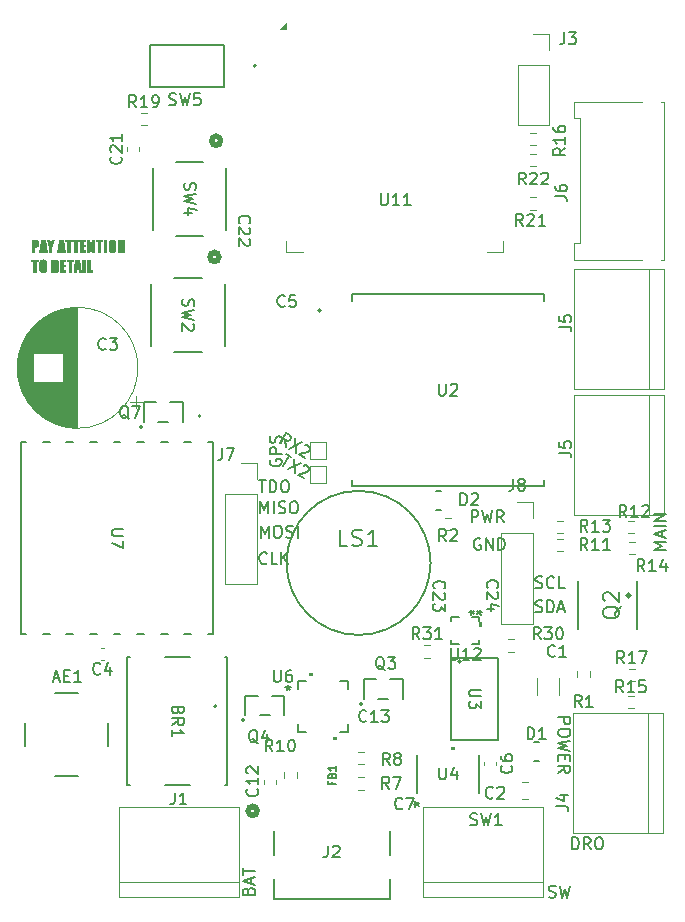
<source format=gbr>
%TF.GenerationSoftware,KiCad,Pcbnew,8.0.5*%
%TF.CreationDate,2025-03-30T22:56:12-04:00*%
%TF.ProjectId,TR3V4,54523356-342e-46b6-9963-61645f706362,rev?*%
%TF.SameCoordinates,Original*%
%TF.FileFunction,Legend,Top*%
%TF.FilePolarity,Positive*%
%FSLAX46Y46*%
G04 Gerber Fmt 4.6, Leading zero omitted, Abs format (unit mm)*
G04 Created by KiCad (PCBNEW 8.0.5) date 2025-03-30 22:56:12*
%MOMM*%
%LPD*%
G01*
G04 APERTURE LIST*
%ADD10C,0.150000*%
%ADD11C,0.120000*%
%ADD12C,0.152400*%
%ADD13C,0.127000*%
%ADD14C,0.000000*%
%ADD15C,0.508000*%
%ADD16C,0.300000*%
%ADD17C,0.200000*%
G04 APERTURE END LIST*
D10*
G36*
X141622028Y-67145037D02*
G01*
X141671651Y-67148185D01*
X141724106Y-67155341D01*
X141754495Y-67162478D01*
X141801009Y-67180063D01*
X141843759Y-67209120D01*
X141849994Y-67215479D01*
X141878130Y-67256465D01*
X141893225Y-67299498D01*
X141900657Y-67348295D01*
X141903796Y-67397954D01*
X141904704Y-67451662D01*
X141904704Y-67547405D01*
X141903330Y-67596482D01*
X141897749Y-67647826D01*
X141884075Y-67697956D01*
X141882722Y-67701034D01*
X141854011Y-67741259D01*
X141812591Y-67769990D01*
X141801878Y-67775039D01*
X141752831Y-67790667D01*
X141704192Y-67798180D01*
X141654381Y-67800660D01*
X141648494Y-67800685D01*
X141570824Y-67800685D01*
X141570824Y-68254000D01*
X141281641Y-68254000D01*
X141281641Y-67612374D01*
X141570824Y-67612374D01*
X141592073Y-67613106D01*
X141640643Y-67600368D01*
X141647272Y-67593811D01*
X141661667Y-67544147D01*
X141662904Y-67512967D01*
X141662904Y-67422353D01*
X141657872Y-67373383D01*
X141645074Y-67348836D01*
X141596622Y-67332807D01*
X141570824Y-67331739D01*
X141570824Y-67612374D01*
X141281641Y-67612374D01*
X141281641Y-67144160D01*
X141573023Y-67144160D01*
X141622028Y-67145037D01*
G37*
G36*
X142631571Y-68254000D02*
G01*
X142335549Y-68254000D01*
X142321138Y-68050789D01*
X142217335Y-68050789D01*
X142200238Y-68254000D01*
X141900552Y-68254000D01*
X141952325Y-67863211D01*
X142213916Y-67863211D01*
X142312834Y-67863211D01*
X142307339Y-67812813D01*
X142301843Y-67759438D01*
X142296348Y-67703087D01*
X142290852Y-67643759D01*
X142285357Y-67581454D01*
X142281235Y-67532772D01*
X142277114Y-67482415D01*
X142272992Y-67430384D01*
X142268870Y-67376679D01*
X142260917Y-67437606D01*
X142253543Y-67495364D01*
X142246749Y-67549954D01*
X142240534Y-67601375D01*
X142233150Y-67665008D01*
X142226796Y-67723008D01*
X142221472Y-67775375D01*
X142216266Y-67832913D01*
X142213916Y-67863211D01*
X141952325Y-67863211D01*
X142047586Y-67144160D01*
X142465974Y-67144160D01*
X142631571Y-68254000D01*
G37*
G36*
X143234362Y-67144160D02*
G01*
X143023581Y-67852220D01*
X143023581Y-68254000D01*
X142755646Y-68254000D01*
X142755646Y-67852220D01*
X142552192Y-67144160D01*
X142818173Y-67144160D01*
X142829413Y-67206156D01*
X142839688Y-67264099D01*
X142848997Y-67317988D01*
X142857339Y-67367825D01*
X142866960Y-67427970D01*
X142874864Y-67480910D01*
X142882328Y-67536952D01*
X142887743Y-67589342D01*
X142888270Y-67596498D01*
X142896543Y-67538958D01*
X142904304Y-67489422D01*
X142913079Y-67436772D01*
X142922870Y-67381009D01*
X142933676Y-67322131D01*
X142945497Y-67260139D01*
X142955029Y-67211602D01*
X142965132Y-67161312D01*
X142968626Y-67144160D01*
X143234362Y-67144160D01*
G37*
G36*
X144149785Y-68254000D02*
G01*
X143853762Y-68254000D01*
X143839352Y-68050789D01*
X143735549Y-68050789D01*
X143718452Y-68254000D01*
X143418766Y-68254000D01*
X143470539Y-67863211D01*
X143732129Y-67863211D01*
X143831048Y-67863211D01*
X143825552Y-67812813D01*
X143820057Y-67759438D01*
X143814561Y-67703087D01*
X143809066Y-67643759D01*
X143803570Y-67581454D01*
X143799449Y-67532772D01*
X143795327Y-67482415D01*
X143791206Y-67430384D01*
X143787084Y-67376679D01*
X143779131Y-67437606D01*
X143771757Y-67495364D01*
X143764963Y-67549954D01*
X143758748Y-67601375D01*
X143751363Y-67665008D01*
X143745009Y-67723008D01*
X143739686Y-67775375D01*
X143734480Y-67832913D01*
X143732129Y-67863211D01*
X143470539Y-67863211D01*
X143565800Y-67144160D01*
X143984188Y-67144160D01*
X144149785Y-68254000D01*
G37*
G36*
X144739387Y-67144160D02*
G01*
X144739387Y-67363002D01*
X144567684Y-67363002D01*
X144567684Y-68254000D01*
X144278501Y-68254000D01*
X144278501Y-67363002D01*
X144107531Y-67363002D01*
X144107531Y-67144160D01*
X144739387Y-67144160D01*
G37*
G36*
X145346086Y-67144160D02*
G01*
X145346086Y-67363002D01*
X145174383Y-67363002D01*
X145174383Y-68254000D01*
X144885200Y-68254000D01*
X144885200Y-67363002D01*
X144714230Y-67363002D01*
X144714230Y-67144160D01*
X145346086Y-67144160D01*
G37*
G36*
X145408368Y-67144160D02*
G01*
X145890748Y-67144160D01*
X145890748Y-67363002D01*
X145697551Y-67363002D01*
X145697551Y-67566212D01*
X145878291Y-67566212D01*
X145878291Y-67785053D01*
X145697551Y-67785053D01*
X145697551Y-68035158D01*
X145909799Y-68035158D01*
X145909799Y-68254000D01*
X145408368Y-68254000D01*
X145408368Y-67144160D01*
G37*
G36*
X146635444Y-67144160D02*
G01*
X146635444Y-68254000D01*
X146381920Y-68254000D01*
X146231466Y-67749394D01*
X146231466Y-68254000D01*
X145989666Y-68254000D01*
X145989666Y-67144160D01*
X146231466Y-67144160D01*
X146393644Y-67643881D01*
X146393644Y-67144160D01*
X146635444Y-67144160D01*
G37*
G36*
X147330315Y-67144160D02*
G01*
X147330315Y-67363002D01*
X147158612Y-67363002D01*
X147158612Y-68254000D01*
X146869429Y-68254000D01*
X146869429Y-67363002D01*
X146698459Y-67363002D01*
X146698459Y-67144160D01*
X147330315Y-67144160D01*
G37*
G36*
X147681780Y-67144160D02*
G01*
X147681780Y-68254000D01*
X147392597Y-68254000D01*
X147392597Y-67144160D01*
X147681780Y-67144160D01*
G37*
G36*
X148175615Y-67131343D02*
G01*
X148226037Y-67139787D01*
X148272930Y-67153859D01*
X148281885Y-67157349D01*
X148327459Y-67180430D01*
X148366452Y-67210379D01*
X148396191Y-67243567D01*
X148423817Y-67288057D01*
X148441482Y-67335433D01*
X148447726Y-67368619D01*
X148452105Y-67420802D01*
X148454441Y-67476803D01*
X148455511Y-67527118D01*
X148455998Y-67584559D01*
X148456030Y-67605290D01*
X148456030Y-67792869D01*
X148455833Y-67842040D01*
X148455078Y-67894842D01*
X148453480Y-67947893D01*
X148450709Y-67997245D01*
X148447970Y-68026365D01*
X148437369Y-68076191D01*
X148417287Y-68122719D01*
X148398633Y-68151906D01*
X148363371Y-68190878D01*
X148323805Y-68220085D01*
X148286281Y-68239345D01*
X148239875Y-68255316D01*
X148188890Y-68265372D01*
X148139087Y-68269365D01*
X148121662Y-68269631D01*
X148072827Y-68267371D01*
X148021966Y-68259557D01*
X147974682Y-68246162D01*
X147961194Y-68241055D01*
X147915592Y-68217864D01*
X147876512Y-68187919D01*
X147846644Y-68154837D01*
X147819133Y-68110198D01*
X147801444Y-68062742D01*
X147795109Y-68029540D01*
X147790859Y-67977357D01*
X147788592Y-67921357D01*
X147787553Y-67871042D01*
X147787081Y-67813600D01*
X147787049Y-67792869D01*
X147787049Y-67605290D01*
X147787240Y-67556120D01*
X147787973Y-67503318D01*
X147789522Y-67450267D01*
X147790377Y-67434565D01*
X148076233Y-67434565D01*
X148076233Y-67942834D01*
X148076996Y-67994979D01*
X148080629Y-68044180D01*
X148084048Y-68059826D01*
X148120929Y-68082053D01*
X148158542Y-68056651D01*
X148165257Y-68005466D01*
X148166774Y-67952197D01*
X148166847Y-67934774D01*
X148166847Y-67434565D01*
X148165645Y-67385174D01*
X148158298Y-67337356D01*
X148122883Y-67316107D01*
X148088200Y-67333204D01*
X148077647Y-67384570D01*
X148076233Y-67434565D01*
X147790377Y-67434565D01*
X147792209Y-67400915D01*
X147794865Y-67371794D01*
X147805615Y-67321969D01*
X147825777Y-67275441D01*
X147844446Y-67246254D01*
X147879674Y-67207316D01*
X147919148Y-67178201D01*
X147956554Y-67159059D01*
X148003112Y-67142959D01*
X148054251Y-67132822D01*
X148104191Y-67128797D01*
X148121662Y-67128528D01*
X148175615Y-67131343D01*
G37*
G36*
X149205856Y-67144160D02*
G01*
X149205856Y-68254000D01*
X148952332Y-68254000D01*
X148801878Y-67749394D01*
X148801878Y-68254000D01*
X148560078Y-68254000D01*
X148560078Y-67144160D01*
X148801878Y-67144160D01*
X148964055Y-67643881D01*
X148964055Y-67144160D01*
X149205856Y-67144160D01*
G37*
G36*
X141864160Y-68824160D02*
G01*
X141864160Y-69043002D01*
X141692457Y-69043002D01*
X141692457Y-69934000D01*
X141403274Y-69934000D01*
X141403274Y-69043002D01*
X141232304Y-69043002D01*
X141232304Y-68824160D01*
X141864160Y-68824160D01*
G37*
G36*
X142306947Y-68811343D02*
G01*
X142357370Y-68819787D01*
X142404263Y-68833859D01*
X142413218Y-68837349D01*
X142458792Y-68860430D01*
X142497785Y-68890379D01*
X142527524Y-68923567D01*
X142555150Y-68968057D01*
X142572815Y-69015433D01*
X142579059Y-69048619D01*
X142583438Y-69100802D01*
X142585774Y-69156803D01*
X142586844Y-69207118D01*
X142587331Y-69264559D01*
X142587363Y-69285290D01*
X142587363Y-69472869D01*
X142587166Y-69522040D01*
X142586411Y-69574842D01*
X142584813Y-69627893D01*
X142582042Y-69677245D01*
X142579303Y-69706365D01*
X142568701Y-69756191D01*
X142548620Y-69802719D01*
X142529966Y-69831906D01*
X142494703Y-69870878D01*
X142455138Y-69900085D01*
X142417614Y-69919345D01*
X142371208Y-69935316D01*
X142320222Y-69945372D01*
X142270420Y-69949365D01*
X142252995Y-69949631D01*
X142204160Y-69947371D01*
X142153298Y-69939557D01*
X142106015Y-69926162D01*
X142092527Y-69921055D01*
X142046924Y-69897864D01*
X142007844Y-69867919D01*
X141977977Y-69834837D01*
X141950466Y-69790198D01*
X141932777Y-69742742D01*
X141926442Y-69709540D01*
X141922192Y-69657357D01*
X141919925Y-69601357D01*
X141918886Y-69551042D01*
X141918413Y-69493600D01*
X141918382Y-69472869D01*
X141918382Y-69285290D01*
X141918573Y-69236120D01*
X141919305Y-69183318D01*
X141920855Y-69130267D01*
X141921710Y-69114565D01*
X142207565Y-69114565D01*
X142207565Y-69622834D01*
X142208329Y-69674979D01*
X142211962Y-69724180D01*
X142215381Y-69739826D01*
X142252262Y-69762053D01*
X142289875Y-69736651D01*
X142296590Y-69685466D01*
X142298107Y-69632197D01*
X142298180Y-69614774D01*
X142298180Y-69114565D01*
X142296977Y-69065174D01*
X142289631Y-69017356D01*
X142254216Y-68996107D01*
X142219533Y-69013204D01*
X142208980Y-69064570D01*
X142207565Y-69114565D01*
X141921710Y-69114565D01*
X141923542Y-69080915D01*
X141926198Y-69051794D01*
X141936948Y-69001969D01*
X141957110Y-68955441D01*
X141975779Y-68926254D01*
X142011007Y-68887316D01*
X142050481Y-68858201D01*
X142087886Y-68839059D01*
X142134445Y-68822959D01*
X142185584Y-68812822D01*
X142235524Y-68808797D01*
X142252995Y-68808528D01*
X142306947Y-68811343D01*
G37*
G36*
X143204275Y-68824461D02*
G01*
X143261142Y-68825686D01*
X143311379Y-68827853D01*
X143362910Y-68831697D01*
X143416766Y-68838933D01*
X143437328Y-68843455D01*
X143483854Y-68859497D01*
X143528049Y-68886045D01*
X143549436Y-68906470D01*
X143577639Y-68946688D01*
X143595510Y-68994136D01*
X143597551Y-69004167D01*
X143603114Y-69053403D01*
X143605709Y-69104656D01*
X143606978Y-69160171D01*
X143607321Y-69215681D01*
X143607321Y-69604272D01*
X143606823Y-69656839D01*
X143604983Y-69709356D01*
X143600626Y-69762932D01*
X143593155Y-69804062D01*
X143572366Y-69851386D01*
X143544062Y-69882953D01*
X143502265Y-69908299D01*
X143457600Y-69922764D01*
X143407102Y-69930039D01*
X143356517Y-69933111D01*
X143302262Y-69934000D01*
X142937607Y-69934000D01*
X142937607Y-69746421D01*
X143226791Y-69746421D01*
X143277288Y-69740132D01*
X143303727Y-69721264D01*
X143314971Y-69670064D01*
X143317786Y-69617084D01*
X143318138Y-69584244D01*
X143318138Y-69150468D01*
X143317451Y-69101192D01*
X143313253Y-69053260D01*
X143291271Y-69021752D01*
X143240859Y-69011983D01*
X143226791Y-69011739D01*
X143226791Y-69746421D01*
X142937607Y-69746421D01*
X142937607Y-68824160D01*
X143154006Y-68824160D01*
X143204275Y-68824461D01*
G37*
G36*
X143711369Y-68824160D02*
G01*
X144193748Y-68824160D01*
X144193748Y-69043002D01*
X144000552Y-69043002D01*
X144000552Y-69246212D01*
X144181292Y-69246212D01*
X144181292Y-69465053D01*
X144000552Y-69465053D01*
X144000552Y-69715158D01*
X144212799Y-69715158D01*
X144212799Y-69934000D01*
X143711369Y-69934000D01*
X143711369Y-68824160D01*
G37*
G36*
X144866393Y-68824160D02*
G01*
X144866393Y-69043002D01*
X144694690Y-69043002D01*
X144694690Y-69934000D01*
X144405507Y-69934000D01*
X144405507Y-69043002D01*
X144234537Y-69043002D01*
X144234537Y-68824160D01*
X144866393Y-68824160D01*
G37*
G36*
X145556623Y-69934000D02*
G01*
X145260601Y-69934000D01*
X145246191Y-69730789D01*
X145142387Y-69730789D01*
X145125290Y-69934000D01*
X144825605Y-69934000D01*
X144877378Y-69543211D01*
X145138968Y-69543211D01*
X145237886Y-69543211D01*
X145232391Y-69492813D01*
X145226896Y-69439438D01*
X145221400Y-69383087D01*
X145215905Y-69323759D01*
X145210409Y-69261454D01*
X145206288Y-69212772D01*
X145202166Y-69162415D01*
X145198044Y-69110384D01*
X145193923Y-69056679D01*
X145185969Y-69117606D01*
X145178596Y-69175364D01*
X145171801Y-69229954D01*
X145165587Y-69281375D01*
X145158202Y-69345008D01*
X145151848Y-69403008D01*
X145146524Y-69455375D01*
X145141319Y-69512913D01*
X145138968Y-69543211D01*
X144877378Y-69543211D01*
X144972639Y-68824160D01*
X145391027Y-68824160D01*
X145556623Y-69934000D01*
G37*
G36*
X145863637Y-68824160D02*
G01*
X145863637Y-69934000D01*
X145574453Y-69934000D01*
X145574453Y-68824160D01*
X145863637Y-68824160D01*
G37*
G36*
X146266149Y-68824160D02*
G01*
X146266149Y-69715158D01*
X146442004Y-69715158D01*
X146442004Y-69934000D01*
X145976965Y-69934000D01*
X145976965Y-68824160D01*
X146266149Y-68824160D01*
G37*
X159620009Y-122265887D02*
X159667628Y-122123030D01*
X159667628Y-122123030D02*
X159715247Y-122075411D01*
X159715247Y-122075411D02*
X159810485Y-122027792D01*
X159810485Y-122027792D02*
X159953342Y-122027792D01*
X159953342Y-122027792D02*
X160048580Y-122075411D01*
X160048580Y-122075411D02*
X160096200Y-122123030D01*
X160096200Y-122123030D02*
X160143819Y-122218268D01*
X160143819Y-122218268D02*
X160143819Y-122599220D01*
X160143819Y-122599220D02*
X159143819Y-122599220D01*
X159143819Y-122599220D02*
X159143819Y-122265887D01*
X159143819Y-122265887D02*
X159191438Y-122170649D01*
X159191438Y-122170649D02*
X159239057Y-122123030D01*
X159239057Y-122123030D02*
X159334295Y-122075411D01*
X159334295Y-122075411D02*
X159429533Y-122075411D01*
X159429533Y-122075411D02*
X159524771Y-122123030D01*
X159524771Y-122123030D02*
X159572390Y-122170649D01*
X159572390Y-122170649D02*
X159620009Y-122265887D01*
X159620009Y-122265887D02*
X159620009Y-122599220D01*
X159858104Y-121646839D02*
X159858104Y-121170649D01*
X160143819Y-121742077D02*
X159143819Y-121408744D01*
X159143819Y-121408744D02*
X160143819Y-121075411D01*
X159143819Y-120884934D02*
X159143819Y-120313506D01*
X160143819Y-120599220D02*
X159143819Y-120599220D01*
X185069743Y-122792201D02*
X185212600Y-122839820D01*
X185212600Y-122839820D02*
X185450695Y-122839820D01*
X185450695Y-122839820D02*
X185545933Y-122792201D01*
X185545933Y-122792201D02*
X185593552Y-122744581D01*
X185593552Y-122744581D02*
X185641171Y-122649343D01*
X185641171Y-122649343D02*
X185641171Y-122554105D01*
X185641171Y-122554105D02*
X185593552Y-122458867D01*
X185593552Y-122458867D02*
X185545933Y-122411248D01*
X185545933Y-122411248D02*
X185450695Y-122363629D01*
X185450695Y-122363629D02*
X185260219Y-122316010D01*
X185260219Y-122316010D02*
X185164981Y-122268391D01*
X185164981Y-122268391D02*
X185117362Y-122220772D01*
X185117362Y-122220772D02*
X185069743Y-122125534D01*
X185069743Y-122125534D02*
X185069743Y-122030296D01*
X185069743Y-122030296D02*
X185117362Y-121935058D01*
X185117362Y-121935058D02*
X185164981Y-121887439D01*
X185164981Y-121887439D02*
X185260219Y-121839820D01*
X185260219Y-121839820D02*
X185498314Y-121839820D01*
X185498314Y-121839820D02*
X185641171Y-121887439D01*
X185974505Y-121839820D02*
X186212600Y-122839820D01*
X186212600Y-122839820D02*
X186403076Y-122125534D01*
X186403076Y-122125534D02*
X186593552Y-122839820D01*
X186593552Y-122839820D02*
X186831648Y-121839820D01*
X187026779Y-118741819D02*
X187026779Y-117741819D01*
X187026779Y-117741819D02*
X187264874Y-117741819D01*
X187264874Y-117741819D02*
X187407731Y-117789438D01*
X187407731Y-117789438D02*
X187502969Y-117884676D01*
X187502969Y-117884676D02*
X187550588Y-117979914D01*
X187550588Y-117979914D02*
X187598207Y-118170390D01*
X187598207Y-118170390D02*
X187598207Y-118313247D01*
X187598207Y-118313247D02*
X187550588Y-118503723D01*
X187550588Y-118503723D02*
X187502969Y-118598961D01*
X187502969Y-118598961D02*
X187407731Y-118694200D01*
X187407731Y-118694200D02*
X187264874Y-118741819D01*
X187264874Y-118741819D02*
X187026779Y-118741819D01*
X188598207Y-118741819D02*
X188264874Y-118265628D01*
X188026779Y-118741819D02*
X188026779Y-117741819D01*
X188026779Y-117741819D02*
X188407731Y-117741819D01*
X188407731Y-117741819D02*
X188502969Y-117789438D01*
X188502969Y-117789438D02*
X188550588Y-117837057D01*
X188550588Y-117837057D02*
X188598207Y-117932295D01*
X188598207Y-117932295D02*
X188598207Y-118075152D01*
X188598207Y-118075152D02*
X188550588Y-118170390D01*
X188550588Y-118170390D02*
X188502969Y-118218009D01*
X188502969Y-118218009D02*
X188407731Y-118265628D01*
X188407731Y-118265628D02*
X188026779Y-118265628D01*
X189217255Y-117741819D02*
X189407731Y-117741819D01*
X189407731Y-117741819D02*
X189502969Y-117789438D01*
X189502969Y-117789438D02*
X189598207Y-117884676D01*
X189598207Y-117884676D02*
X189645826Y-118075152D01*
X189645826Y-118075152D02*
X189645826Y-118408485D01*
X189645826Y-118408485D02*
X189598207Y-118598961D01*
X189598207Y-118598961D02*
X189502969Y-118694200D01*
X189502969Y-118694200D02*
X189407731Y-118741819D01*
X189407731Y-118741819D02*
X189217255Y-118741819D01*
X189217255Y-118741819D02*
X189122017Y-118694200D01*
X189122017Y-118694200D02*
X189026779Y-118598961D01*
X189026779Y-118598961D02*
X188979160Y-118408485D01*
X188979160Y-118408485D02*
X188979160Y-118075152D01*
X188979160Y-118075152D02*
X189026779Y-117884676D01*
X189026779Y-117884676D02*
X189122017Y-117789438D01*
X189122017Y-117789438D02*
X189217255Y-117741819D01*
X194941819Y-93389220D02*
X193941819Y-93389220D01*
X193941819Y-93389220D02*
X194656104Y-93055887D01*
X194656104Y-93055887D02*
X193941819Y-92722554D01*
X193941819Y-92722554D02*
X194941819Y-92722554D01*
X194656104Y-92293982D02*
X194656104Y-91817792D01*
X194941819Y-92389220D02*
X193941819Y-92055887D01*
X193941819Y-92055887D02*
X194941819Y-91722554D01*
X194941819Y-91389220D02*
X193941819Y-91389220D01*
X194941819Y-90913030D02*
X193941819Y-90913030D01*
X193941819Y-90913030D02*
X194941819Y-90341602D01*
X194941819Y-90341602D02*
X193941819Y-90341602D01*
X160527922Y-87515819D02*
X161099350Y-87515819D01*
X160813636Y-88515819D02*
X160813636Y-87515819D01*
X161432684Y-88515819D02*
X161432684Y-87515819D01*
X161432684Y-87515819D02*
X161670779Y-87515819D01*
X161670779Y-87515819D02*
X161813636Y-87563438D01*
X161813636Y-87563438D02*
X161908874Y-87658676D01*
X161908874Y-87658676D02*
X161956493Y-87753914D01*
X161956493Y-87753914D02*
X162004112Y-87944390D01*
X162004112Y-87944390D02*
X162004112Y-88087247D01*
X162004112Y-88087247D02*
X161956493Y-88277723D01*
X161956493Y-88277723D02*
X161908874Y-88372961D01*
X161908874Y-88372961D02*
X161813636Y-88468200D01*
X161813636Y-88468200D02*
X161670779Y-88515819D01*
X161670779Y-88515819D02*
X161432684Y-88515819D01*
X162623160Y-87515819D02*
X162813636Y-87515819D01*
X162813636Y-87515819D02*
X162908874Y-87563438D01*
X162908874Y-87563438D02*
X163004112Y-87658676D01*
X163004112Y-87658676D02*
X163051731Y-87849152D01*
X163051731Y-87849152D02*
X163051731Y-88182485D01*
X163051731Y-88182485D02*
X163004112Y-88372961D01*
X163004112Y-88372961D02*
X162908874Y-88468200D01*
X162908874Y-88468200D02*
X162813636Y-88515819D01*
X162813636Y-88515819D02*
X162623160Y-88515819D01*
X162623160Y-88515819D02*
X162527922Y-88468200D01*
X162527922Y-88468200D02*
X162432684Y-88372961D01*
X162432684Y-88372961D02*
X162385065Y-88182485D01*
X162385065Y-88182485D02*
X162385065Y-87849152D01*
X162385065Y-87849152D02*
X162432684Y-87658676D01*
X162432684Y-87658676D02*
X162527922Y-87563438D01*
X162527922Y-87563438D02*
X162623160Y-87515819D01*
X161182207Y-94516580D02*
X161134588Y-94564200D01*
X161134588Y-94564200D02*
X160991731Y-94611819D01*
X160991731Y-94611819D02*
X160896493Y-94611819D01*
X160896493Y-94611819D02*
X160753636Y-94564200D01*
X160753636Y-94564200D02*
X160658398Y-94468961D01*
X160658398Y-94468961D02*
X160610779Y-94373723D01*
X160610779Y-94373723D02*
X160563160Y-94183247D01*
X160563160Y-94183247D02*
X160563160Y-94040390D01*
X160563160Y-94040390D02*
X160610779Y-93849914D01*
X160610779Y-93849914D02*
X160658398Y-93754676D01*
X160658398Y-93754676D02*
X160753636Y-93659438D01*
X160753636Y-93659438D02*
X160896493Y-93611819D01*
X160896493Y-93611819D02*
X160991731Y-93611819D01*
X160991731Y-93611819D02*
X161134588Y-93659438D01*
X161134588Y-93659438D02*
X161182207Y-93707057D01*
X162086969Y-94611819D02*
X161610779Y-94611819D01*
X161610779Y-94611819D02*
X161610779Y-93611819D01*
X162420303Y-94611819D02*
X162420303Y-93611819D01*
X162991731Y-94611819D02*
X162563160Y-94040390D01*
X162991731Y-93611819D02*
X162420303Y-94183247D01*
X160670779Y-92355819D02*
X160670779Y-91355819D01*
X160670779Y-91355819D02*
X161004112Y-92070104D01*
X161004112Y-92070104D02*
X161337445Y-91355819D01*
X161337445Y-91355819D02*
X161337445Y-92355819D01*
X162004112Y-91355819D02*
X162194588Y-91355819D01*
X162194588Y-91355819D02*
X162289826Y-91403438D01*
X162289826Y-91403438D02*
X162385064Y-91498676D01*
X162385064Y-91498676D02*
X162432683Y-91689152D01*
X162432683Y-91689152D02*
X162432683Y-92022485D01*
X162432683Y-92022485D02*
X162385064Y-92212961D01*
X162385064Y-92212961D02*
X162289826Y-92308200D01*
X162289826Y-92308200D02*
X162194588Y-92355819D01*
X162194588Y-92355819D02*
X162004112Y-92355819D01*
X162004112Y-92355819D02*
X161908874Y-92308200D01*
X161908874Y-92308200D02*
X161813636Y-92212961D01*
X161813636Y-92212961D02*
X161766017Y-92022485D01*
X161766017Y-92022485D02*
X161766017Y-91689152D01*
X161766017Y-91689152D02*
X161813636Y-91498676D01*
X161813636Y-91498676D02*
X161908874Y-91403438D01*
X161908874Y-91403438D02*
X162004112Y-91355819D01*
X162813636Y-92308200D02*
X162956493Y-92355819D01*
X162956493Y-92355819D02*
X163194588Y-92355819D01*
X163194588Y-92355819D02*
X163289826Y-92308200D01*
X163289826Y-92308200D02*
X163337445Y-92260580D01*
X163337445Y-92260580D02*
X163385064Y-92165342D01*
X163385064Y-92165342D02*
X163385064Y-92070104D01*
X163385064Y-92070104D02*
X163337445Y-91974866D01*
X163337445Y-91974866D02*
X163289826Y-91927247D01*
X163289826Y-91927247D02*
X163194588Y-91879628D01*
X163194588Y-91879628D02*
X163004112Y-91832009D01*
X163004112Y-91832009D02*
X162908874Y-91784390D01*
X162908874Y-91784390D02*
X162861255Y-91736771D01*
X162861255Y-91736771D02*
X162813636Y-91641533D01*
X162813636Y-91641533D02*
X162813636Y-91546295D01*
X162813636Y-91546295D02*
X162861255Y-91451057D01*
X162861255Y-91451057D02*
X162908874Y-91403438D01*
X162908874Y-91403438D02*
X163004112Y-91355819D01*
X163004112Y-91355819D02*
X163242207Y-91355819D01*
X163242207Y-91355819D02*
X163385064Y-91403438D01*
X163813636Y-92355819D02*
X163813636Y-91355819D01*
X160610779Y-90293819D02*
X160610779Y-89293819D01*
X160610779Y-89293819D02*
X160944112Y-90008104D01*
X160944112Y-90008104D02*
X161277445Y-89293819D01*
X161277445Y-89293819D02*
X161277445Y-90293819D01*
X161753636Y-90293819D02*
X161753636Y-89293819D01*
X162182207Y-90246200D02*
X162325064Y-90293819D01*
X162325064Y-90293819D02*
X162563159Y-90293819D01*
X162563159Y-90293819D02*
X162658397Y-90246200D01*
X162658397Y-90246200D02*
X162706016Y-90198580D01*
X162706016Y-90198580D02*
X162753635Y-90103342D01*
X162753635Y-90103342D02*
X162753635Y-90008104D01*
X162753635Y-90008104D02*
X162706016Y-89912866D01*
X162706016Y-89912866D02*
X162658397Y-89865247D01*
X162658397Y-89865247D02*
X162563159Y-89817628D01*
X162563159Y-89817628D02*
X162372683Y-89770009D01*
X162372683Y-89770009D02*
X162277445Y-89722390D01*
X162277445Y-89722390D02*
X162229826Y-89674771D01*
X162229826Y-89674771D02*
X162182207Y-89579533D01*
X162182207Y-89579533D02*
X162182207Y-89484295D01*
X162182207Y-89484295D02*
X162229826Y-89389057D01*
X162229826Y-89389057D02*
X162277445Y-89341438D01*
X162277445Y-89341438D02*
X162372683Y-89293819D01*
X162372683Y-89293819D02*
X162610778Y-89293819D01*
X162610778Y-89293819D02*
X162753635Y-89341438D01*
X163372683Y-89293819D02*
X163563159Y-89293819D01*
X163563159Y-89293819D02*
X163658397Y-89341438D01*
X163658397Y-89341438D02*
X163753635Y-89436676D01*
X163753635Y-89436676D02*
X163801254Y-89627152D01*
X163801254Y-89627152D02*
X163801254Y-89960485D01*
X163801254Y-89960485D02*
X163753635Y-90150961D01*
X163753635Y-90150961D02*
X163658397Y-90246200D01*
X163658397Y-90246200D02*
X163563159Y-90293819D01*
X163563159Y-90293819D02*
X163372683Y-90293819D01*
X163372683Y-90293819D02*
X163277445Y-90246200D01*
X163277445Y-90246200D02*
X163182207Y-90150961D01*
X163182207Y-90150961D02*
X163134588Y-89960485D01*
X163134588Y-89960485D02*
X163134588Y-89627152D01*
X163134588Y-89627152D02*
X163182207Y-89436676D01*
X163182207Y-89436676D02*
X163277445Y-89341438D01*
X163277445Y-89341438D02*
X163372683Y-89293819D01*
X183931160Y-98628200D02*
X184074017Y-98675819D01*
X184074017Y-98675819D02*
X184312112Y-98675819D01*
X184312112Y-98675819D02*
X184407350Y-98628200D01*
X184407350Y-98628200D02*
X184454969Y-98580580D01*
X184454969Y-98580580D02*
X184502588Y-98485342D01*
X184502588Y-98485342D02*
X184502588Y-98390104D01*
X184502588Y-98390104D02*
X184454969Y-98294866D01*
X184454969Y-98294866D02*
X184407350Y-98247247D01*
X184407350Y-98247247D02*
X184312112Y-98199628D01*
X184312112Y-98199628D02*
X184121636Y-98152009D01*
X184121636Y-98152009D02*
X184026398Y-98104390D01*
X184026398Y-98104390D02*
X183978779Y-98056771D01*
X183978779Y-98056771D02*
X183931160Y-97961533D01*
X183931160Y-97961533D02*
X183931160Y-97866295D01*
X183931160Y-97866295D02*
X183978779Y-97771057D01*
X183978779Y-97771057D02*
X184026398Y-97723438D01*
X184026398Y-97723438D02*
X184121636Y-97675819D01*
X184121636Y-97675819D02*
X184359731Y-97675819D01*
X184359731Y-97675819D02*
X184502588Y-97723438D01*
X184931160Y-98675819D02*
X184931160Y-97675819D01*
X184931160Y-97675819D02*
X185169255Y-97675819D01*
X185169255Y-97675819D02*
X185312112Y-97723438D01*
X185312112Y-97723438D02*
X185407350Y-97818676D01*
X185407350Y-97818676D02*
X185454969Y-97913914D01*
X185454969Y-97913914D02*
X185502588Y-98104390D01*
X185502588Y-98104390D02*
X185502588Y-98247247D01*
X185502588Y-98247247D02*
X185454969Y-98437723D01*
X185454969Y-98437723D02*
X185407350Y-98532961D01*
X185407350Y-98532961D02*
X185312112Y-98628200D01*
X185312112Y-98628200D02*
X185169255Y-98675819D01*
X185169255Y-98675819D02*
X184931160Y-98675819D01*
X185883541Y-98390104D02*
X186359731Y-98390104D01*
X185788303Y-98675819D02*
X186121636Y-97675819D01*
X186121636Y-97675819D02*
X186454969Y-98675819D01*
X183931160Y-96596200D02*
X184074017Y-96643819D01*
X184074017Y-96643819D02*
X184312112Y-96643819D01*
X184312112Y-96643819D02*
X184407350Y-96596200D01*
X184407350Y-96596200D02*
X184454969Y-96548580D01*
X184454969Y-96548580D02*
X184502588Y-96453342D01*
X184502588Y-96453342D02*
X184502588Y-96358104D01*
X184502588Y-96358104D02*
X184454969Y-96262866D01*
X184454969Y-96262866D02*
X184407350Y-96215247D01*
X184407350Y-96215247D02*
X184312112Y-96167628D01*
X184312112Y-96167628D02*
X184121636Y-96120009D01*
X184121636Y-96120009D02*
X184026398Y-96072390D01*
X184026398Y-96072390D02*
X183978779Y-96024771D01*
X183978779Y-96024771D02*
X183931160Y-95929533D01*
X183931160Y-95929533D02*
X183931160Y-95834295D01*
X183931160Y-95834295D02*
X183978779Y-95739057D01*
X183978779Y-95739057D02*
X184026398Y-95691438D01*
X184026398Y-95691438D02*
X184121636Y-95643819D01*
X184121636Y-95643819D02*
X184359731Y-95643819D01*
X184359731Y-95643819D02*
X184502588Y-95691438D01*
X185502588Y-96548580D02*
X185454969Y-96596200D01*
X185454969Y-96596200D02*
X185312112Y-96643819D01*
X185312112Y-96643819D02*
X185216874Y-96643819D01*
X185216874Y-96643819D02*
X185074017Y-96596200D01*
X185074017Y-96596200D02*
X184978779Y-96500961D01*
X184978779Y-96500961D02*
X184931160Y-96405723D01*
X184931160Y-96405723D02*
X184883541Y-96215247D01*
X184883541Y-96215247D02*
X184883541Y-96072390D01*
X184883541Y-96072390D02*
X184931160Y-95881914D01*
X184931160Y-95881914D02*
X184978779Y-95786676D01*
X184978779Y-95786676D02*
X185074017Y-95691438D01*
X185074017Y-95691438D02*
X185216874Y-95643819D01*
X185216874Y-95643819D02*
X185312112Y-95643819D01*
X185312112Y-95643819D02*
X185454969Y-95691438D01*
X185454969Y-95691438D02*
X185502588Y-95739057D01*
X186407350Y-96643819D02*
X185931160Y-96643819D01*
X185931160Y-96643819D02*
X185931160Y-95643819D01*
X178516779Y-91055819D02*
X178516779Y-90055819D01*
X178516779Y-90055819D02*
X178897731Y-90055819D01*
X178897731Y-90055819D02*
X178992969Y-90103438D01*
X178992969Y-90103438D02*
X179040588Y-90151057D01*
X179040588Y-90151057D02*
X179088207Y-90246295D01*
X179088207Y-90246295D02*
X179088207Y-90389152D01*
X179088207Y-90389152D02*
X179040588Y-90484390D01*
X179040588Y-90484390D02*
X178992969Y-90532009D01*
X178992969Y-90532009D02*
X178897731Y-90579628D01*
X178897731Y-90579628D02*
X178516779Y-90579628D01*
X179421541Y-90055819D02*
X179659636Y-91055819D01*
X179659636Y-91055819D02*
X179850112Y-90341533D01*
X179850112Y-90341533D02*
X180040588Y-91055819D01*
X180040588Y-91055819D02*
X180278684Y-90055819D01*
X181231064Y-91055819D02*
X180897731Y-90579628D01*
X180659636Y-91055819D02*
X180659636Y-90055819D01*
X180659636Y-90055819D02*
X181040588Y-90055819D01*
X181040588Y-90055819D02*
X181135826Y-90103438D01*
X181135826Y-90103438D02*
X181183445Y-90151057D01*
X181183445Y-90151057D02*
X181231064Y-90246295D01*
X181231064Y-90246295D02*
X181231064Y-90389152D01*
X181231064Y-90389152D02*
X181183445Y-90484390D01*
X181183445Y-90484390D02*
X181135826Y-90532009D01*
X181135826Y-90532009D02*
X181040588Y-90579628D01*
X181040588Y-90579628D02*
X180659636Y-90579628D01*
X179260588Y-92437438D02*
X179165350Y-92389819D01*
X179165350Y-92389819D02*
X179022493Y-92389819D01*
X179022493Y-92389819D02*
X178879636Y-92437438D01*
X178879636Y-92437438D02*
X178784398Y-92532676D01*
X178784398Y-92532676D02*
X178736779Y-92627914D01*
X178736779Y-92627914D02*
X178689160Y-92818390D01*
X178689160Y-92818390D02*
X178689160Y-92961247D01*
X178689160Y-92961247D02*
X178736779Y-93151723D01*
X178736779Y-93151723D02*
X178784398Y-93246961D01*
X178784398Y-93246961D02*
X178879636Y-93342200D01*
X178879636Y-93342200D02*
X179022493Y-93389819D01*
X179022493Y-93389819D02*
X179117731Y-93389819D01*
X179117731Y-93389819D02*
X179260588Y-93342200D01*
X179260588Y-93342200D02*
X179308207Y-93294580D01*
X179308207Y-93294580D02*
X179308207Y-92961247D01*
X179308207Y-92961247D02*
X179117731Y-92961247D01*
X179736779Y-93389819D02*
X179736779Y-92389819D01*
X179736779Y-92389819D02*
X180308207Y-93389819D01*
X180308207Y-93389819D02*
X180308207Y-92389819D01*
X180784398Y-93389819D02*
X180784398Y-92389819D01*
X180784398Y-92389819D02*
X181022493Y-92389819D01*
X181022493Y-92389819D02*
X181165350Y-92437438D01*
X181165350Y-92437438D02*
X181260588Y-92532676D01*
X181260588Y-92532676D02*
X181308207Y-92627914D01*
X181308207Y-92627914D02*
X181355826Y-92818390D01*
X181355826Y-92818390D02*
X181355826Y-92961247D01*
X181355826Y-92961247D02*
X181308207Y-93151723D01*
X181308207Y-93151723D02*
X181260588Y-93246961D01*
X181260588Y-93246961D02*
X181165350Y-93342200D01*
X181165350Y-93342200D02*
X181022493Y-93389819D01*
X181022493Y-93389819D02*
X180784398Y-93389819D01*
X161477438Y-85753411D02*
X161429819Y-85848649D01*
X161429819Y-85848649D02*
X161429819Y-85991506D01*
X161429819Y-85991506D02*
X161477438Y-86134363D01*
X161477438Y-86134363D02*
X161572676Y-86229601D01*
X161572676Y-86229601D02*
X161667914Y-86277220D01*
X161667914Y-86277220D02*
X161858390Y-86324839D01*
X161858390Y-86324839D02*
X162001247Y-86324839D01*
X162001247Y-86324839D02*
X162191723Y-86277220D01*
X162191723Y-86277220D02*
X162286961Y-86229601D01*
X162286961Y-86229601D02*
X162382200Y-86134363D01*
X162382200Y-86134363D02*
X162429819Y-85991506D01*
X162429819Y-85991506D02*
X162429819Y-85896268D01*
X162429819Y-85896268D02*
X162382200Y-85753411D01*
X162382200Y-85753411D02*
X162334580Y-85705792D01*
X162334580Y-85705792D02*
X162001247Y-85705792D01*
X162001247Y-85705792D02*
X162001247Y-85896268D01*
X162429819Y-85277220D02*
X161429819Y-85277220D01*
X161429819Y-85277220D02*
X161429819Y-84896268D01*
X161429819Y-84896268D02*
X161477438Y-84801030D01*
X161477438Y-84801030D02*
X161525057Y-84753411D01*
X161525057Y-84753411D02*
X161620295Y-84705792D01*
X161620295Y-84705792D02*
X161763152Y-84705792D01*
X161763152Y-84705792D02*
X161858390Y-84753411D01*
X161858390Y-84753411D02*
X161906009Y-84801030D01*
X161906009Y-84801030D02*
X161953628Y-84896268D01*
X161953628Y-84896268D02*
X161953628Y-85277220D01*
X162382200Y-84324839D02*
X162429819Y-84181982D01*
X162429819Y-84181982D02*
X162429819Y-83943887D01*
X162429819Y-83943887D02*
X162382200Y-83848649D01*
X162382200Y-83848649D02*
X162334580Y-83801030D01*
X162334580Y-83801030D02*
X162239342Y-83753411D01*
X162239342Y-83753411D02*
X162144104Y-83753411D01*
X162144104Y-83753411D02*
X162048866Y-83801030D01*
X162048866Y-83801030D02*
X162001247Y-83848649D01*
X162001247Y-83848649D02*
X161953628Y-83943887D01*
X161953628Y-83943887D02*
X161906009Y-84134363D01*
X161906009Y-84134363D02*
X161858390Y-84229601D01*
X161858390Y-84229601D02*
X161810771Y-84277220D01*
X161810771Y-84277220D02*
X161715533Y-84324839D01*
X161715533Y-84324839D02*
X161620295Y-84324839D01*
X161620295Y-84324839D02*
X161525057Y-84277220D01*
X161525057Y-84277220D02*
X161477438Y-84229601D01*
X161477438Y-84229601D02*
X161429819Y-84134363D01*
X161429819Y-84134363D02*
X161429819Y-83896268D01*
X161429819Y-83896268D02*
X161477438Y-83753411D01*
X185880180Y-107586779D02*
X186880180Y-107586779D01*
X186880180Y-107586779D02*
X186880180Y-107967731D01*
X186880180Y-107967731D02*
X186832561Y-108062969D01*
X186832561Y-108062969D02*
X186784942Y-108110588D01*
X186784942Y-108110588D02*
X186689704Y-108158207D01*
X186689704Y-108158207D02*
X186546847Y-108158207D01*
X186546847Y-108158207D02*
X186451609Y-108110588D01*
X186451609Y-108110588D02*
X186403990Y-108062969D01*
X186403990Y-108062969D02*
X186356371Y-107967731D01*
X186356371Y-107967731D02*
X186356371Y-107586779D01*
X186880180Y-108777255D02*
X186880180Y-108967731D01*
X186880180Y-108967731D02*
X186832561Y-109062969D01*
X186832561Y-109062969D02*
X186737323Y-109158207D01*
X186737323Y-109158207D02*
X186546847Y-109205826D01*
X186546847Y-109205826D02*
X186213514Y-109205826D01*
X186213514Y-109205826D02*
X186023038Y-109158207D01*
X186023038Y-109158207D02*
X185927800Y-109062969D01*
X185927800Y-109062969D02*
X185880180Y-108967731D01*
X185880180Y-108967731D02*
X185880180Y-108777255D01*
X185880180Y-108777255D02*
X185927800Y-108682017D01*
X185927800Y-108682017D02*
X186023038Y-108586779D01*
X186023038Y-108586779D02*
X186213514Y-108539160D01*
X186213514Y-108539160D02*
X186546847Y-108539160D01*
X186546847Y-108539160D02*
X186737323Y-108586779D01*
X186737323Y-108586779D02*
X186832561Y-108682017D01*
X186832561Y-108682017D02*
X186880180Y-108777255D01*
X186880180Y-109539160D02*
X185880180Y-109777255D01*
X185880180Y-109777255D02*
X186594466Y-109967731D01*
X186594466Y-109967731D02*
X185880180Y-110158207D01*
X185880180Y-110158207D02*
X186880180Y-110396303D01*
X186403990Y-110777255D02*
X186403990Y-111110588D01*
X185880180Y-111253445D02*
X185880180Y-110777255D01*
X185880180Y-110777255D02*
X186880180Y-110777255D01*
X186880180Y-110777255D02*
X186880180Y-111253445D01*
X185880180Y-112253445D02*
X186356371Y-111920112D01*
X185880180Y-111682017D02*
X186880180Y-111682017D01*
X186880180Y-111682017D02*
X186880180Y-112062969D01*
X186880180Y-112062969D02*
X186832561Y-112158207D01*
X186832561Y-112158207D02*
X186784942Y-112205826D01*
X186784942Y-112205826D02*
X186689704Y-112253445D01*
X186689704Y-112253445D02*
X186546847Y-112253445D01*
X186546847Y-112253445D02*
X186451609Y-112205826D01*
X186451609Y-112205826D02*
X186403990Y-112158207D01*
X186403990Y-112158207D02*
X186356371Y-112062969D01*
X186356371Y-112062969D02*
X186356371Y-111682017D01*
X172658207Y-115274580D02*
X172610588Y-115322200D01*
X172610588Y-115322200D02*
X172467731Y-115369819D01*
X172467731Y-115369819D02*
X172372493Y-115369819D01*
X172372493Y-115369819D02*
X172229636Y-115322200D01*
X172229636Y-115322200D02*
X172134398Y-115226961D01*
X172134398Y-115226961D02*
X172086779Y-115131723D01*
X172086779Y-115131723D02*
X172039160Y-114941247D01*
X172039160Y-114941247D02*
X172039160Y-114798390D01*
X172039160Y-114798390D02*
X172086779Y-114607914D01*
X172086779Y-114607914D02*
X172134398Y-114512676D01*
X172134398Y-114512676D02*
X172229636Y-114417438D01*
X172229636Y-114417438D02*
X172372493Y-114369819D01*
X172372493Y-114369819D02*
X172467731Y-114369819D01*
X172467731Y-114369819D02*
X172610588Y-114417438D01*
X172610588Y-114417438D02*
X172658207Y-114465057D01*
X172991541Y-114369819D02*
X173658207Y-114369819D01*
X173658207Y-114369819D02*
X173229636Y-115369819D01*
X185962819Y-74509333D02*
X186677104Y-74509333D01*
X186677104Y-74509333D02*
X186819961Y-74556952D01*
X186819961Y-74556952D02*
X186915200Y-74652190D01*
X186915200Y-74652190D02*
X186962819Y-74795047D01*
X186962819Y-74795047D02*
X186962819Y-74890285D01*
X185962819Y-73556952D02*
X185962819Y-74033142D01*
X185962819Y-74033142D02*
X186439009Y-74080761D01*
X186439009Y-74080761D02*
X186391390Y-74033142D01*
X186391390Y-74033142D02*
X186343771Y-73937904D01*
X186343771Y-73937904D02*
X186343771Y-73699809D01*
X186343771Y-73699809D02*
X186391390Y-73604571D01*
X186391390Y-73604571D02*
X186439009Y-73556952D01*
X186439009Y-73556952D02*
X186534247Y-73509333D01*
X186534247Y-73509333D02*
X186772342Y-73509333D01*
X186772342Y-73509333D02*
X186867580Y-73556952D01*
X186867580Y-73556952D02*
X186915200Y-73604571D01*
X186915200Y-73604571D02*
X186962819Y-73699809D01*
X186962819Y-73699809D02*
X186962819Y-73937904D01*
X186962819Y-73937904D02*
X186915200Y-74033142D01*
X186915200Y-74033142D02*
X186867580Y-74080761D01*
X149493362Y-82304456D02*
X149398124Y-82256837D01*
X149398124Y-82256837D02*
X149302886Y-82161599D01*
X149302886Y-82161599D02*
X149160029Y-82018741D01*
X149160029Y-82018741D02*
X149064791Y-81971122D01*
X149064791Y-81971122D02*
X148969553Y-81971122D01*
X149017172Y-82209218D02*
X148921934Y-82161599D01*
X148921934Y-82161599D02*
X148826696Y-82066360D01*
X148826696Y-82066360D02*
X148779077Y-81875884D01*
X148779077Y-81875884D02*
X148779077Y-81542551D01*
X148779077Y-81542551D02*
X148826696Y-81352075D01*
X148826696Y-81352075D02*
X148921934Y-81256837D01*
X148921934Y-81256837D02*
X149017172Y-81209218D01*
X149017172Y-81209218D02*
X149207648Y-81209218D01*
X149207648Y-81209218D02*
X149302886Y-81256837D01*
X149302886Y-81256837D02*
X149398124Y-81352075D01*
X149398124Y-81352075D02*
X149445743Y-81542551D01*
X149445743Y-81542551D02*
X149445743Y-81875884D01*
X149445743Y-81875884D02*
X149398124Y-82066360D01*
X149398124Y-82066360D02*
X149302886Y-82161599D01*
X149302886Y-82161599D02*
X149207648Y-82209218D01*
X149207648Y-82209218D02*
X149017172Y-82209218D01*
X149779077Y-81209218D02*
X150445743Y-81209218D01*
X150445743Y-81209218D02*
X150017172Y-82209218D01*
X186454819Y-59392857D02*
X185978628Y-59726190D01*
X186454819Y-59964285D02*
X185454819Y-59964285D01*
X185454819Y-59964285D02*
X185454819Y-59583333D01*
X185454819Y-59583333D02*
X185502438Y-59488095D01*
X185502438Y-59488095D02*
X185550057Y-59440476D01*
X185550057Y-59440476D02*
X185645295Y-59392857D01*
X185645295Y-59392857D02*
X185788152Y-59392857D01*
X185788152Y-59392857D02*
X185883390Y-59440476D01*
X185883390Y-59440476D02*
X185931009Y-59488095D01*
X185931009Y-59488095D02*
X185978628Y-59583333D01*
X185978628Y-59583333D02*
X185978628Y-59964285D01*
X186454819Y-58440476D02*
X186454819Y-59011904D01*
X186454819Y-58726190D02*
X185454819Y-58726190D01*
X185454819Y-58726190D02*
X185597676Y-58821428D01*
X185597676Y-58821428D02*
X185692914Y-58916666D01*
X185692914Y-58916666D02*
X185740533Y-59011904D01*
X185454819Y-57583333D02*
X185454819Y-57773809D01*
X185454819Y-57773809D02*
X185502438Y-57869047D01*
X185502438Y-57869047D02*
X185550057Y-57916666D01*
X185550057Y-57916666D02*
X185692914Y-58011904D01*
X185692914Y-58011904D02*
X185883390Y-58059523D01*
X185883390Y-58059523D02*
X186264342Y-58059523D01*
X186264342Y-58059523D02*
X186359580Y-58011904D01*
X186359580Y-58011904D02*
X186407200Y-57964285D01*
X186407200Y-57964285D02*
X186454819Y-57869047D01*
X186454819Y-57869047D02*
X186454819Y-57678571D01*
X186454819Y-57678571D02*
X186407200Y-57583333D01*
X186407200Y-57583333D02*
X186359580Y-57535714D01*
X186359580Y-57535714D02*
X186264342Y-57488095D01*
X186264342Y-57488095D02*
X186026247Y-57488095D01*
X186026247Y-57488095D02*
X185931009Y-57535714D01*
X185931009Y-57535714D02*
X185883390Y-57583333D01*
X185883390Y-57583333D02*
X185835771Y-57678571D01*
X185835771Y-57678571D02*
X185835771Y-57869047D01*
X185835771Y-57869047D02*
X185883390Y-57964285D01*
X185883390Y-57964285D02*
X185931009Y-58011904D01*
X185931009Y-58011904D02*
X186026247Y-58059523D01*
X174107142Y-100954819D02*
X173773809Y-100478628D01*
X173535714Y-100954819D02*
X173535714Y-99954819D01*
X173535714Y-99954819D02*
X173916666Y-99954819D01*
X173916666Y-99954819D02*
X174011904Y-100002438D01*
X174011904Y-100002438D02*
X174059523Y-100050057D01*
X174059523Y-100050057D02*
X174107142Y-100145295D01*
X174107142Y-100145295D02*
X174107142Y-100288152D01*
X174107142Y-100288152D02*
X174059523Y-100383390D01*
X174059523Y-100383390D02*
X174011904Y-100431009D01*
X174011904Y-100431009D02*
X173916666Y-100478628D01*
X173916666Y-100478628D02*
X173535714Y-100478628D01*
X174440476Y-99954819D02*
X175059523Y-99954819D01*
X175059523Y-99954819D02*
X174726190Y-100335771D01*
X174726190Y-100335771D02*
X174869047Y-100335771D01*
X174869047Y-100335771D02*
X174964285Y-100383390D01*
X174964285Y-100383390D02*
X175011904Y-100431009D01*
X175011904Y-100431009D02*
X175059523Y-100526247D01*
X175059523Y-100526247D02*
X175059523Y-100764342D01*
X175059523Y-100764342D02*
X175011904Y-100859580D01*
X175011904Y-100859580D02*
X174964285Y-100907200D01*
X174964285Y-100907200D02*
X174869047Y-100954819D01*
X174869047Y-100954819D02*
X174583333Y-100954819D01*
X174583333Y-100954819D02*
X174488095Y-100907200D01*
X174488095Y-100907200D02*
X174440476Y-100859580D01*
X176011904Y-100954819D02*
X175440476Y-100954819D01*
X175726190Y-100954819D02*
X175726190Y-99954819D01*
X175726190Y-99954819D02*
X175630952Y-100097676D01*
X175630952Y-100097676D02*
X175535714Y-100192914D01*
X175535714Y-100192914D02*
X175440476Y-100240533D01*
X171537333Y-113618619D02*
X171204000Y-113142428D01*
X170965905Y-113618619D02*
X170965905Y-112618619D01*
X170965905Y-112618619D02*
X171346857Y-112618619D01*
X171346857Y-112618619D02*
X171442095Y-112666238D01*
X171442095Y-112666238D02*
X171489714Y-112713857D01*
X171489714Y-112713857D02*
X171537333Y-112809095D01*
X171537333Y-112809095D02*
X171537333Y-112951952D01*
X171537333Y-112951952D02*
X171489714Y-113047190D01*
X171489714Y-113047190D02*
X171442095Y-113094809D01*
X171442095Y-113094809D02*
X171346857Y-113142428D01*
X171346857Y-113142428D02*
X170965905Y-113142428D01*
X171870667Y-112618619D02*
X172537333Y-112618619D01*
X172537333Y-112618619D02*
X172108762Y-113618619D01*
X168010001Y-93082466D02*
X167343334Y-93082466D01*
X167343334Y-93082466D02*
X167343334Y-91682466D01*
X168410000Y-93015800D02*
X168610000Y-93082466D01*
X168610000Y-93082466D02*
X168943334Y-93082466D01*
X168943334Y-93082466D02*
X169076667Y-93015800D01*
X169076667Y-93015800D02*
X169143334Y-92949133D01*
X169143334Y-92949133D02*
X169210000Y-92815800D01*
X169210000Y-92815800D02*
X169210000Y-92682466D01*
X169210000Y-92682466D02*
X169143334Y-92549133D01*
X169143334Y-92549133D02*
X169076667Y-92482466D01*
X169076667Y-92482466D02*
X168943334Y-92415800D01*
X168943334Y-92415800D02*
X168676667Y-92349133D01*
X168676667Y-92349133D02*
X168543334Y-92282466D01*
X168543334Y-92282466D02*
X168476667Y-92215800D01*
X168476667Y-92215800D02*
X168410000Y-92082466D01*
X168410000Y-92082466D02*
X168410000Y-91949133D01*
X168410000Y-91949133D02*
X168476667Y-91815800D01*
X168476667Y-91815800D02*
X168543334Y-91749133D01*
X168543334Y-91749133D02*
X168676667Y-91682466D01*
X168676667Y-91682466D02*
X169010000Y-91682466D01*
X169010000Y-91682466D02*
X169210000Y-91749133D01*
X170543333Y-93082466D02*
X169743333Y-93082466D01*
X170143333Y-93082466D02*
X170143333Y-91682466D01*
X170143333Y-91682466D02*
X170010000Y-91882466D01*
X170010000Y-91882466D02*
X169876667Y-92015800D01*
X169876667Y-92015800D02*
X169743333Y-92082466D01*
X162776368Y-85268811D02*
X163271240Y-85554526D01*
X162523804Y-86277694D02*
X163023804Y-85411669D01*
X163477437Y-85673574D02*
X163554787Y-86872932D01*
X164054787Y-86006907D02*
X162977437Y-86539599D01*
X164295843Y-86256052D02*
X164360892Y-86238622D01*
X164360892Y-86238622D02*
X164467180Y-86245002D01*
X164467180Y-86245002D02*
X164673377Y-86364050D01*
X164673377Y-86364050D02*
X164732046Y-86452908D01*
X164732046Y-86452908D02*
X164749475Y-86517957D01*
X164749475Y-86517957D02*
X164743096Y-86624245D01*
X164743096Y-86624245D02*
X164695477Y-86706724D01*
X164695477Y-86706724D02*
X164582809Y-86806632D01*
X164582809Y-86806632D02*
X163802223Y-87015789D01*
X163802223Y-87015789D02*
X164338334Y-87325313D01*
X175788095Y-111825720D02*
X175788095Y-112635243D01*
X175788095Y-112635243D02*
X175835714Y-112730481D01*
X175835714Y-112730481D02*
X175883333Y-112778101D01*
X175883333Y-112778101D02*
X175978571Y-112825720D01*
X175978571Y-112825720D02*
X176169047Y-112825720D01*
X176169047Y-112825720D02*
X176264285Y-112778101D01*
X176264285Y-112778101D02*
X176311904Y-112730481D01*
X176311904Y-112730481D02*
X176359523Y-112635243D01*
X176359523Y-112635243D02*
X176359523Y-111825720D01*
X177264285Y-112159053D02*
X177264285Y-112825720D01*
X177026190Y-111778101D02*
X176788095Y-112492386D01*
X176788095Y-112492386D02*
X177407142Y-112492386D01*
X173604819Y-114935700D02*
X173842914Y-114935700D01*
X173747676Y-115173795D02*
X173842914Y-114935700D01*
X173842914Y-114935700D02*
X173747676Y-114697605D01*
X174033390Y-115078557D02*
X173842914Y-114935700D01*
X173842914Y-114935700D02*
X174033390Y-114792843D01*
X173604819Y-114935700D02*
X173842914Y-114935700D01*
X173747676Y-115173795D02*
X173842914Y-114935700D01*
X173842914Y-114935700D02*
X173747676Y-114697605D01*
X174033390Y-115078557D02*
X173842914Y-114935700D01*
X173842914Y-114935700D02*
X174033390Y-114792843D01*
X166346664Y-118435619D02*
X166346664Y-119149904D01*
X166346664Y-119149904D02*
X166299045Y-119292761D01*
X166299045Y-119292761D02*
X166203807Y-119388000D01*
X166203807Y-119388000D02*
X166060950Y-119435619D01*
X166060950Y-119435619D02*
X165965712Y-119435619D01*
X166775236Y-118530857D02*
X166822855Y-118483238D01*
X166822855Y-118483238D02*
X166918093Y-118435619D01*
X166918093Y-118435619D02*
X167156188Y-118435619D01*
X167156188Y-118435619D02*
X167251426Y-118483238D01*
X167251426Y-118483238D02*
X167299045Y-118530857D01*
X167299045Y-118530857D02*
X167346664Y-118626095D01*
X167346664Y-118626095D02*
X167346664Y-118721333D01*
X167346664Y-118721333D02*
X167299045Y-118864190D01*
X167299045Y-118864190D02*
X166727617Y-119435619D01*
X166727617Y-119435619D02*
X167346664Y-119435619D01*
X179309963Y-105238095D02*
X178500440Y-105238095D01*
X178500440Y-105238095D02*
X178405202Y-105285714D01*
X178405202Y-105285714D02*
X178357583Y-105333333D01*
X178357583Y-105333333D02*
X178309963Y-105428571D01*
X178309963Y-105428571D02*
X178309963Y-105619047D01*
X178309963Y-105619047D02*
X178357583Y-105714285D01*
X178357583Y-105714285D02*
X178405202Y-105761904D01*
X178405202Y-105761904D02*
X178500440Y-105809523D01*
X178500440Y-105809523D02*
X179309963Y-105809523D01*
X179309963Y-106190476D02*
X179309963Y-106809523D01*
X179309963Y-106809523D02*
X178929011Y-106476190D01*
X178929011Y-106476190D02*
X178929011Y-106619047D01*
X178929011Y-106619047D02*
X178881392Y-106714285D01*
X178881392Y-106714285D02*
X178833773Y-106761904D01*
X178833773Y-106761904D02*
X178738535Y-106809523D01*
X178738535Y-106809523D02*
X178500440Y-106809523D01*
X178500440Y-106809523D02*
X178405202Y-106761904D01*
X178405202Y-106761904D02*
X178357583Y-106714285D01*
X178357583Y-106714285D02*
X178309963Y-106619047D01*
X178309963Y-106619047D02*
X178309963Y-106333333D01*
X178309963Y-106333333D02*
X178357583Y-106238095D01*
X178357583Y-106238095D02*
X178405202Y-106190476D01*
X185594819Y-63467333D02*
X186309104Y-63467333D01*
X186309104Y-63467333D02*
X186451961Y-63514952D01*
X186451961Y-63514952D02*
X186547200Y-63610190D01*
X186547200Y-63610190D02*
X186594819Y-63753047D01*
X186594819Y-63753047D02*
X186594819Y-63848285D01*
X185594819Y-62562571D02*
X185594819Y-62753047D01*
X185594819Y-62753047D02*
X185642438Y-62848285D01*
X185642438Y-62848285D02*
X185690057Y-62895904D01*
X185690057Y-62895904D02*
X185832914Y-62991142D01*
X185832914Y-62991142D02*
X186023390Y-63038761D01*
X186023390Y-63038761D02*
X186404342Y-63038761D01*
X186404342Y-63038761D02*
X186499580Y-62991142D01*
X186499580Y-62991142D02*
X186547200Y-62943523D01*
X186547200Y-62943523D02*
X186594819Y-62848285D01*
X186594819Y-62848285D02*
X186594819Y-62657809D01*
X186594819Y-62657809D02*
X186547200Y-62562571D01*
X186547200Y-62562571D02*
X186499580Y-62514952D01*
X186499580Y-62514952D02*
X186404342Y-62467333D01*
X186404342Y-62467333D02*
X186166247Y-62467333D01*
X186166247Y-62467333D02*
X186071009Y-62514952D01*
X186071009Y-62514952D02*
X186023390Y-62562571D01*
X186023390Y-62562571D02*
X185975771Y-62657809D01*
X185975771Y-62657809D02*
X185975771Y-62848285D01*
X185975771Y-62848285D02*
X186023390Y-62943523D01*
X186023390Y-62943523D02*
X186071009Y-62991142D01*
X186071009Y-62991142D02*
X186166247Y-63038761D01*
X191635142Y-90624819D02*
X191301809Y-90148628D01*
X191063714Y-90624819D02*
X191063714Y-89624819D01*
X191063714Y-89624819D02*
X191444666Y-89624819D01*
X191444666Y-89624819D02*
X191539904Y-89672438D01*
X191539904Y-89672438D02*
X191587523Y-89720057D01*
X191587523Y-89720057D02*
X191635142Y-89815295D01*
X191635142Y-89815295D02*
X191635142Y-89958152D01*
X191635142Y-89958152D02*
X191587523Y-90053390D01*
X191587523Y-90053390D02*
X191539904Y-90101009D01*
X191539904Y-90101009D02*
X191444666Y-90148628D01*
X191444666Y-90148628D02*
X191063714Y-90148628D01*
X192587523Y-90624819D02*
X192016095Y-90624819D01*
X192301809Y-90624819D02*
X192301809Y-89624819D01*
X192301809Y-89624819D02*
X192206571Y-89767676D01*
X192206571Y-89767676D02*
X192111333Y-89862914D01*
X192111333Y-89862914D02*
X192016095Y-89910533D01*
X192968476Y-89720057D02*
X193016095Y-89672438D01*
X193016095Y-89672438D02*
X193111333Y-89624819D01*
X193111333Y-89624819D02*
X193349428Y-89624819D01*
X193349428Y-89624819D02*
X193444666Y-89672438D01*
X193444666Y-89672438D02*
X193492285Y-89720057D01*
X193492285Y-89720057D02*
X193539904Y-89815295D01*
X193539904Y-89815295D02*
X193539904Y-89910533D01*
X193539904Y-89910533D02*
X193492285Y-90053390D01*
X193492285Y-90053390D02*
X192920857Y-90624819D01*
X192920857Y-90624819D02*
X193539904Y-90624819D01*
X186356666Y-49592619D02*
X186356666Y-50306904D01*
X186356666Y-50306904D02*
X186309047Y-50449761D01*
X186309047Y-50449761D02*
X186213809Y-50545000D01*
X186213809Y-50545000D02*
X186070952Y-50592619D01*
X186070952Y-50592619D02*
X185975714Y-50592619D01*
X186737619Y-49592619D02*
X187356666Y-49592619D01*
X187356666Y-49592619D02*
X187023333Y-49973571D01*
X187023333Y-49973571D02*
X187166190Y-49973571D01*
X187166190Y-49973571D02*
X187261428Y-50021190D01*
X187261428Y-50021190D02*
X187309047Y-50068809D01*
X187309047Y-50068809D02*
X187356666Y-50164047D01*
X187356666Y-50164047D02*
X187356666Y-50402142D01*
X187356666Y-50402142D02*
X187309047Y-50497380D01*
X187309047Y-50497380D02*
X187261428Y-50545000D01*
X187261428Y-50545000D02*
X187166190Y-50592619D01*
X187166190Y-50592619D02*
X186880476Y-50592619D01*
X186880476Y-50592619D02*
X186785238Y-50545000D01*
X186785238Y-50545000D02*
X186737619Y-50497380D01*
X180333333Y-114359580D02*
X180285714Y-114407200D01*
X180285714Y-114407200D02*
X180142857Y-114454819D01*
X180142857Y-114454819D02*
X180047619Y-114454819D01*
X180047619Y-114454819D02*
X179904762Y-114407200D01*
X179904762Y-114407200D02*
X179809524Y-114311961D01*
X179809524Y-114311961D02*
X179761905Y-114216723D01*
X179761905Y-114216723D02*
X179714286Y-114026247D01*
X179714286Y-114026247D02*
X179714286Y-113883390D01*
X179714286Y-113883390D02*
X179761905Y-113692914D01*
X179761905Y-113692914D02*
X179809524Y-113597676D01*
X179809524Y-113597676D02*
X179904762Y-113502438D01*
X179904762Y-113502438D02*
X180047619Y-113454819D01*
X180047619Y-113454819D02*
X180142857Y-113454819D01*
X180142857Y-113454819D02*
X180285714Y-113502438D01*
X180285714Y-113502438D02*
X180333333Y-113550057D01*
X180714286Y-113550057D02*
X180761905Y-113502438D01*
X180761905Y-113502438D02*
X180857143Y-113454819D01*
X180857143Y-113454819D02*
X181095238Y-113454819D01*
X181095238Y-113454819D02*
X181190476Y-113502438D01*
X181190476Y-113502438D02*
X181238095Y-113550057D01*
X181238095Y-113550057D02*
X181285714Y-113645295D01*
X181285714Y-113645295D02*
X181285714Y-113740533D01*
X181285714Y-113740533D02*
X181238095Y-113883390D01*
X181238095Y-113883390D02*
X180666667Y-114454819D01*
X180666667Y-114454819D02*
X181285714Y-114454819D01*
X162791859Y-84654456D02*
X162741279Y-84075396D01*
X162296988Y-84368741D02*
X162796988Y-83502716D01*
X162796988Y-83502716D02*
X163126902Y-83693192D01*
X163126902Y-83693192D02*
X163185571Y-83782051D01*
X163185571Y-83782051D02*
X163203001Y-83847099D01*
X163203001Y-83847099D02*
X163196621Y-83953388D01*
X163196621Y-83953388D02*
X163125193Y-84077105D01*
X163125193Y-84077105D02*
X163036334Y-84135775D01*
X163036334Y-84135775D02*
X162971285Y-84153204D01*
X162971285Y-84153204D02*
X162864997Y-84146825D01*
X162864997Y-84146825D02*
X162535083Y-83956348D01*
X163580534Y-83955097D02*
X163657885Y-85154456D01*
X164157885Y-84288430D02*
X163080534Y-84821122D01*
X164398941Y-84537576D02*
X164463990Y-84520146D01*
X164463990Y-84520146D02*
X164570278Y-84526526D01*
X164570278Y-84526526D02*
X164776474Y-84645573D01*
X164776474Y-84645573D02*
X164835143Y-84734432D01*
X164835143Y-84734432D02*
X164852573Y-84799480D01*
X164852573Y-84799480D02*
X164846193Y-84905769D01*
X164846193Y-84905769D02*
X164798574Y-84988247D01*
X164798574Y-84988247D02*
X164685907Y-85088156D01*
X164685907Y-85088156D02*
X163905321Y-85297313D01*
X163905321Y-85297313D02*
X164441432Y-85606837D01*
X178416667Y-116657200D02*
X178559524Y-116704819D01*
X178559524Y-116704819D02*
X178797619Y-116704819D01*
X178797619Y-116704819D02*
X178892857Y-116657200D01*
X178892857Y-116657200D02*
X178940476Y-116609580D01*
X178940476Y-116609580D02*
X178988095Y-116514342D01*
X178988095Y-116514342D02*
X178988095Y-116419104D01*
X178988095Y-116419104D02*
X178940476Y-116323866D01*
X178940476Y-116323866D02*
X178892857Y-116276247D01*
X178892857Y-116276247D02*
X178797619Y-116228628D01*
X178797619Y-116228628D02*
X178607143Y-116181009D01*
X178607143Y-116181009D02*
X178511905Y-116133390D01*
X178511905Y-116133390D02*
X178464286Y-116085771D01*
X178464286Y-116085771D02*
X178416667Y-115990533D01*
X178416667Y-115990533D02*
X178416667Y-115895295D01*
X178416667Y-115895295D02*
X178464286Y-115800057D01*
X178464286Y-115800057D02*
X178511905Y-115752438D01*
X178511905Y-115752438D02*
X178607143Y-115704819D01*
X178607143Y-115704819D02*
X178845238Y-115704819D01*
X178845238Y-115704819D02*
X178988095Y-115752438D01*
X179321429Y-115704819D02*
X179559524Y-116704819D01*
X179559524Y-116704819D02*
X179750000Y-115990533D01*
X179750000Y-115990533D02*
X179940476Y-116704819D01*
X179940476Y-116704819D02*
X180178572Y-115704819D01*
X181083333Y-116704819D02*
X180511905Y-116704819D01*
X180797619Y-116704819D02*
X180797619Y-115704819D01*
X180797619Y-115704819D02*
X180702381Y-115847676D01*
X180702381Y-115847676D02*
X180607143Y-115942914D01*
X180607143Y-115942914D02*
X180511905Y-115990533D01*
X170836779Y-63204819D02*
X170836779Y-64014342D01*
X170836779Y-64014342D02*
X170884398Y-64109580D01*
X170884398Y-64109580D02*
X170932017Y-64157200D01*
X170932017Y-64157200D02*
X171027255Y-64204819D01*
X171027255Y-64204819D02*
X171217731Y-64204819D01*
X171217731Y-64204819D02*
X171312969Y-64157200D01*
X171312969Y-64157200D02*
X171360588Y-64109580D01*
X171360588Y-64109580D02*
X171408207Y-64014342D01*
X171408207Y-64014342D02*
X171408207Y-63204819D01*
X172408207Y-64204819D02*
X171836779Y-64204819D01*
X172122493Y-64204819D02*
X172122493Y-63204819D01*
X172122493Y-63204819D02*
X172027255Y-63347676D01*
X172027255Y-63347676D02*
X171932017Y-63442914D01*
X171932017Y-63442914D02*
X171836779Y-63490533D01*
X173360588Y-64204819D02*
X172789160Y-64204819D01*
X173074874Y-64204819D02*
X173074874Y-63204819D01*
X173074874Y-63204819D02*
X172979636Y-63347676D01*
X172979636Y-63347676D02*
X172884398Y-63442914D01*
X172884398Y-63442914D02*
X172789160Y-63490533D01*
X184357142Y-100954819D02*
X184023809Y-100478628D01*
X183785714Y-100954819D02*
X183785714Y-99954819D01*
X183785714Y-99954819D02*
X184166666Y-99954819D01*
X184166666Y-99954819D02*
X184261904Y-100002438D01*
X184261904Y-100002438D02*
X184309523Y-100050057D01*
X184309523Y-100050057D02*
X184357142Y-100145295D01*
X184357142Y-100145295D02*
X184357142Y-100288152D01*
X184357142Y-100288152D02*
X184309523Y-100383390D01*
X184309523Y-100383390D02*
X184261904Y-100431009D01*
X184261904Y-100431009D02*
X184166666Y-100478628D01*
X184166666Y-100478628D02*
X183785714Y-100478628D01*
X184690476Y-99954819D02*
X185309523Y-99954819D01*
X185309523Y-99954819D02*
X184976190Y-100335771D01*
X184976190Y-100335771D02*
X185119047Y-100335771D01*
X185119047Y-100335771D02*
X185214285Y-100383390D01*
X185214285Y-100383390D02*
X185261904Y-100431009D01*
X185261904Y-100431009D02*
X185309523Y-100526247D01*
X185309523Y-100526247D02*
X185309523Y-100764342D01*
X185309523Y-100764342D02*
X185261904Y-100859580D01*
X185261904Y-100859580D02*
X185214285Y-100907200D01*
X185214285Y-100907200D02*
X185119047Y-100954819D01*
X185119047Y-100954819D02*
X184833333Y-100954819D01*
X184833333Y-100954819D02*
X184738095Y-100907200D01*
X184738095Y-100907200D02*
X184690476Y-100859580D01*
X185928571Y-99954819D02*
X186023809Y-99954819D01*
X186023809Y-99954819D02*
X186119047Y-100002438D01*
X186119047Y-100002438D02*
X186166666Y-100050057D01*
X186166666Y-100050057D02*
X186214285Y-100145295D01*
X186214285Y-100145295D02*
X186261904Y-100335771D01*
X186261904Y-100335771D02*
X186261904Y-100573866D01*
X186261904Y-100573866D02*
X186214285Y-100764342D01*
X186214285Y-100764342D02*
X186166666Y-100859580D01*
X186166666Y-100859580D02*
X186119047Y-100907200D01*
X186119047Y-100907200D02*
X186023809Y-100954819D01*
X186023809Y-100954819D02*
X185928571Y-100954819D01*
X185928571Y-100954819D02*
X185833333Y-100907200D01*
X185833333Y-100907200D02*
X185785714Y-100859580D01*
X185785714Y-100859580D02*
X185738095Y-100764342D01*
X185738095Y-100764342D02*
X185690476Y-100573866D01*
X185690476Y-100573866D02*
X185690476Y-100335771D01*
X185690476Y-100335771D02*
X185738095Y-100145295D01*
X185738095Y-100145295D02*
X185785714Y-100050057D01*
X185785714Y-100050057D02*
X185833333Y-100002438D01*
X185833333Y-100002438D02*
X185928571Y-99954819D01*
X185583333Y-102359580D02*
X185535714Y-102407200D01*
X185535714Y-102407200D02*
X185392857Y-102454819D01*
X185392857Y-102454819D02*
X185297619Y-102454819D01*
X185297619Y-102454819D02*
X185154762Y-102407200D01*
X185154762Y-102407200D02*
X185059524Y-102311961D01*
X185059524Y-102311961D02*
X185011905Y-102216723D01*
X185011905Y-102216723D02*
X184964286Y-102026247D01*
X184964286Y-102026247D02*
X184964286Y-101883390D01*
X184964286Y-101883390D02*
X185011905Y-101692914D01*
X185011905Y-101692914D02*
X185059524Y-101597676D01*
X185059524Y-101597676D02*
X185154762Y-101502438D01*
X185154762Y-101502438D02*
X185297619Y-101454819D01*
X185297619Y-101454819D02*
X185392857Y-101454819D01*
X185392857Y-101454819D02*
X185535714Y-101502438D01*
X185535714Y-101502438D02*
X185583333Y-101550057D01*
X186535714Y-102454819D02*
X185964286Y-102454819D01*
X186250000Y-102454819D02*
X186250000Y-101454819D01*
X186250000Y-101454819D02*
X186154762Y-101597676D01*
X186154762Y-101597676D02*
X186059524Y-101692914D01*
X186059524Y-101692914D02*
X185964286Y-101740533D01*
X171154761Y-103550057D02*
X171059523Y-103502438D01*
X171059523Y-103502438D02*
X170964285Y-103407200D01*
X170964285Y-103407200D02*
X170821428Y-103264342D01*
X170821428Y-103264342D02*
X170726190Y-103216723D01*
X170726190Y-103216723D02*
X170630952Y-103216723D01*
X170678571Y-103454819D02*
X170583333Y-103407200D01*
X170583333Y-103407200D02*
X170488095Y-103311961D01*
X170488095Y-103311961D02*
X170440476Y-103121485D01*
X170440476Y-103121485D02*
X170440476Y-102788152D01*
X170440476Y-102788152D02*
X170488095Y-102597676D01*
X170488095Y-102597676D02*
X170583333Y-102502438D01*
X170583333Y-102502438D02*
X170678571Y-102454819D01*
X170678571Y-102454819D02*
X170869047Y-102454819D01*
X170869047Y-102454819D02*
X170964285Y-102502438D01*
X170964285Y-102502438D02*
X171059523Y-102597676D01*
X171059523Y-102597676D02*
X171107142Y-102788152D01*
X171107142Y-102788152D02*
X171107142Y-103121485D01*
X171107142Y-103121485D02*
X171059523Y-103311961D01*
X171059523Y-103311961D02*
X170964285Y-103407200D01*
X170964285Y-103407200D02*
X170869047Y-103454819D01*
X170869047Y-103454819D02*
X170678571Y-103454819D01*
X171440476Y-102454819D02*
X172059523Y-102454819D01*
X172059523Y-102454819D02*
X171726190Y-102835771D01*
X171726190Y-102835771D02*
X171869047Y-102835771D01*
X171869047Y-102835771D02*
X171964285Y-102883390D01*
X171964285Y-102883390D02*
X172011904Y-102931009D01*
X172011904Y-102931009D02*
X172059523Y-103026247D01*
X172059523Y-103026247D02*
X172059523Y-103264342D01*
X172059523Y-103264342D02*
X172011904Y-103359580D01*
X172011904Y-103359580D02*
X171964285Y-103407200D01*
X171964285Y-103407200D02*
X171869047Y-103454819D01*
X171869047Y-103454819D02*
X171583333Y-103454819D01*
X171583333Y-103454819D02*
X171488095Y-103407200D01*
X171488095Y-103407200D02*
X171440476Y-103359580D01*
X147533333Y-76359580D02*
X147485714Y-76407200D01*
X147485714Y-76407200D02*
X147342857Y-76454819D01*
X147342857Y-76454819D02*
X147247619Y-76454819D01*
X147247619Y-76454819D02*
X147104762Y-76407200D01*
X147104762Y-76407200D02*
X147009524Y-76311961D01*
X147009524Y-76311961D02*
X146961905Y-76216723D01*
X146961905Y-76216723D02*
X146914286Y-76026247D01*
X146914286Y-76026247D02*
X146914286Y-75883390D01*
X146914286Y-75883390D02*
X146961905Y-75692914D01*
X146961905Y-75692914D02*
X147009524Y-75597676D01*
X147009524Y-75597676D02*
X147104762Y-75502438D01*
X147104762Y-75502438D02*
X147247619Y-75454819D01*
X147247619Y-75454819D02*
X147342857Y-75454819D01*
X147342857Y-75454819D02*
X147485714Y-75502438D01*
X147485714Y-75502438D02*
X147533333Y-75550057D01*
X147866667Y-75454819D02*
X148485714Y-75454819D01*
X148485714Y-75454819D02*
X148152381Y-75835771D01*
X148152381Y-75835771D02*
X148295238Y-75835771D01*
X148295238Y-75835771D02*
X148390476Y-75883390D01*
X148390476Y-75883390D02*
X148438095Y-75931009D01*
X148438095Y-75931009D02*
X148485714Y-76026247D01*
X148485714Y-76026247D02*
X148485714Y-76264342D01*
X148485714Y-76264342D02*
X148438095Y-76359580D01*
X148438095Y-76359580D02*
X148390476Y-76407200D01*
X148390476Y-76407200D02*
X148295238Y-76454819D01*
X148295238Y-76454819D02*
X148009524Y-76454819D01*
X148009524Y-76454819D02*
X147914286Y-76407200D01*
X147914286Y-76407200D02*
X147866667Y-76359580D01*
X161781594Y-103577920D02*
X161781594Y-104387443D01*
X161781594Y-104387443D02*
X161829213Y-104482681D01*
X161829213Y-104482681D02*
X161876832Y-104530301D01*
X161876832Y-104530301D02*
X161972070Y-104577920D01*
X161972070Y-104577920D02*
X162162546Y-104577920D01*
X162162546Y-104577920D02*
X162257784Y-104530301D01*
X162257784Y-104530301D02*
X162305403Y-104482681D01*
X162305403Y-104482681D02*
X162353022Y-104387443D01*
X162353022Y-104387443D02*
X162353022Y-103577920D01*
X163257784Y-103577920D02*
X163067308Y-103577920D01*
X163067308Y-103577920D02*
X162972070Y-103625539D01*
X162972070Y-103625539D02*
X162924451Y-103673158D01*
X162924451Y-103673158D02*
X162829213Y-103816015D01*
X162829213Y-103816015D02*
X162781594Y-104006491D01*
X162781594Y-104006491D02*
X162781594Y-104387443D01*
X162781594Y-104387443D02*
X162829213Y-104482681D01*
X162829213Y-104482681D02*
X162876832Y-104530301D01*
X162876832Y-104530301D02*
X162972070Y-104577920D01*
X162972070Y-104577920D02*
X163162546Y-104577920D01*
X163162546Y-104577920D02*
X163257784Y-104530301D01*
X163257784Y-104530301D02*
X163305403Y-104482681D01*
X163305403Y-104482681D02*
X163353022Y-104387443D01*
X163353022Y-104387443D02*
X163353022Y-104149348D01*
X163353022Y-104149348D02*
X163305403Y-104054110D01*
X163305403Y-104054110D02*
X163257784Y-104006491D01*
X163257784Y-104006491D02*
X163162546Y-103958872D01*
X163162546Y-103958872D02*
X162972070Y-103958872D01*
X162972070Y-103958872D02*
X162876832Y-104006491D01*
X162876832Y-104006491D02*
X162829213Y-104054110D01*
X162829213Y-104054110D02*
X162781594Y-104149348D01*
X163005099Y-104860919D02*
X163005099Y-105099014D01*
X162767004Y-105003776D02*
X163005099Y-105099014D01*
X163005099Y-105099014D02*
X163243194Y-105003776D01*
X162862242Y-105289490D02*
X163005099Y-105099014D01*
X163005099Y-105099014D02*
X163147956Y-105289490D01*
X163005099Y-104860919D02*
X163005099Y-105099014D01*
X162767004Y-105003776D02*
X163005099Y-105099014D01*
X163005099Y-105099014D02*
X163243194Y-105003776D01*
X162862242Y-105289490D02*
X163005099Y-105099014D01*
X163005099Y-105099014D02*
X163147956Y-105289490D01*
X187833333Y-106704819D02*
X187500000Y-106228628D01*
X187261905Y-106704819D02*
X187261905Y-105704819D01*
X187261905Y-105704819D02*
X187642857Y-105704819D01*
X187642857Y-105704819D02*
X187738095Y-105752438D01*
X187738095Y-105752438D02*
X187785714Y-105800057D01*
X187785714Y-105800057D02*
X187833333Y-105895295D01*
X187833333Y-105895295D02*
X187833333Y-106038152D01*
X187833333Y-106038152D02*
X187785714Y-106133390D01*
X187785714Y-106133390D02*
X187738095Y-106181009D01*
X187738095Y-106181009D02*
X187642857Y-106228628D01*
X187642857Y-106228628D02*
X187261905Y-106228628D01*
X188785714Y-106704819D02*
X188214286Y-106704819D01*
X188500000Y-106704819D02*
X188500000Y-105704819D01*
X188500000Y-105704819D02*
X188404762Y-105847676D01*
X188404762Y-105847676D02*
X188309524Y-105942914D01*
X188309524Y-105942914D02*
X188214286Y-105990533D01*
X183107142Y-62454819D02*
X182773809Y-61978628D01*
X182535714Y-62454819D02*
X182535714Y-61454819D01*
X182535714Y-61454819D02*
X182916666Y-61454819D01*
X182916666Y-61454819D02*
X183011904Y-61502438D01*
X183011904Y-61502438D02*
X183059523Y-61550057D01*
X183059523Y-61550057D02*
X183107142Y-61645295D01*
X183107142Y-61645295D02*
X183107142Y-61788152D01*
X183107142Y-61788152D02*
X183059523Y-61883390D01*
X183059523Y-61883390D02*
X183011904Y-61931009D01*
X183011904Y-61931009D02*
X182916666Y-61978628D01*
X182916666Y-61978628D02*
X182535714Y-61978628D01*
X183488095Y-61550057D02*
X183535714Y-61502438D01*
X183535714Y-61502438D02*
X183630952Y-61454819D01*
X183630952Y-61454819D02*
X183869047Y-61454819D01*
X183869047Y-61454819D02*
X183964285Y-61502438D01*
X183964285Y-61502438D02*
X184011904Y-61550057D01*
X184011904Y-61550057D02*
X184059523Y-61645295D01*
X184059523Y-61645295D02*
X184059523Y-61740533D01*
X184059523Y-61740533D02*
X184011904Y-61883390D01*
X184011904Y-61883390D02*
X183440476Y-62454819D01*
X183440476Y-62454819D02*
X184059523Y-62454819D01*
X184440476Y-61550057D02*
X184488095Y-61502438D01*
X184488095Y-61502438D02*
X184583333Y-61454819D01*
X184583333Y-61454819D02*
X184821428Y-61454819D01*
X184821428Y-61454819D02*
X184916666Y-61502438D01*
X184916666Y-61502438D02*
X184964285Y-61550057D01*
X184964285Y-61550057D02*
X185011904Y-61645295D01*
X185011904Y-61645295D02*
X185011904Y-61740533D01*
X185011904Y-61740533D02*
X184964285Y-61883390D01*
X184964285Y-61883390D02*
X184392857Y-62454819D01*
X184392857Y-62454819D02*
X185011904Y-62454819D01*
X160432761Y-109770057D02*
X160337523Y-109722438D01*
X160337523Y-109722438D02*
X160242285Y-109627200D01*
X160242285Y-109627200D02*
X160099428Y-109484342D01*
X160099428Y-109484342D02*
X160004190Y-109436723D01*
X160004190Y-109436723D02*
X159908952Y-109436723D01*
X159956571Y-109674819D02*
X159861333Y-109627200D01*
X159861333Y-109627200D02*
X159766095Y-109531961D01*
X159766095Y-109531961D02*
X159718476Y-109341485D01*
X159718476Y-109341485D02*
X159718476Y-109008152D01*
X159718476Y-109008152D02*
X159766095Y-108817676D01*
X159766095Y-108817676D02*
X159861333Y-108722438D01*
X159861333Y-108722438D02*
X159956571Y-108674819D01*
X159956571Y-108674819D02*
X160147047Y-108674819D01*
X160147047Y-108674819D02*
X160242285Y-108722438D01*
X160242285Y-108722438D02*
X160337523Y-108817676D01*
X160337523Y-108817676D02*
X160385142Y-109008152D01*
X160385142Y-109008152D02*
X160385142Y-109341485D01*
X160385142Y-109341485D02*
X160337523Y-109531961D01*
X160337523Y-109531961D02*
X160242285Y-109627200D01*
X160242285Y-109627200D02*
X160147047Y-109674819D01*
X160147047Y-109674819D02*
X159956571Y-109674819D01*
X161242285Y-109008152D02*
X161242285Y-109674819D01*
X161004190Y-108627200D02*
X160766095Y-109341485D01*
X160766095Y-109341485D02*
X161385142Y-109341485D01*
X154233217Y-62328668D02*
X154185597Y-62471525D01*
X154185597Y-62471525D02*
X154185597Y-62709620D01*
X154185597Y-62709620D02*
X154233217Y-62804858D01*
X154233217Y-62804858D02*
X154280836Y-62852477D01*
X154280836Y-62852477D02*
X154376074Y-62900096D01*
X154376074Y-62900096D02*
X154471312Y-62900096D01*
X154471312Y-62900096D02*
X154566550Y-62852477D01*
X154566550Y-62852477D02*
X154614169Y-62804858D01*
X154614169Y-62804858D02*
X154661788Y-62709620D01*
X154661788Y-62709620D02*
X154709407Y-62519144D01*
X154709407Y-62519144D02*
X154757026Y-62423906D01*
X154757026Y-62423906D02*
X154804645Y-62376287D01*
X154804645Y-62376287D02*
X154899883Y-62328668D01*
X154899883Y-62328668D02*
X154995121Y-62328668D01*
X154995121Y-62328668D02*
X155090359Y-62376287D01*
X155090359Y-62376287D02*
X155137978Y-62423906D01*
X155137978Y-62423906D02*
X155185597Y-62519144D01*
X155185597Y-62519144D02*
X155185597Y-62757239D01*
X155185597Y-62757239D02*
X155137978Y-62900096D01*
X155185597Y-63233430D02*
X154185597Y-63471525D01*
X154185597Y-63471525D02*
X154899883Y-63662001D01*
X154899883Y-63662001D02*
X154185597Y-63852477D01*
X154185597Y-63852477D02*
X155185597Y-64090573D01*
X154852264Y-64900096D02*
X154185597Y-64900096D01*
X155233217Y-64662001D02*
X154518931Y-64423906D01*
X154518931Y-64423906D02*
X154518931Y-65042953D01*
X157400666Y-84798819D02*
X157400666Y-85513104D01*
X157400666Y-85513104D02*
X157353047Y-85655961D01*
X157353047Y-85655961D02*
X157257809Y-85751200D01*
X157257809Y-85751200D02*
X157114952Y-85798819D01*
X157114952Y-85798819D02*
X157019714Y-85798819D01*
X157781619Y-84798819D02*
X158448285Y-84798819D01*
X158448285Y-84798819D02*
X158019714Y-85798819D01*
X177569905Y-89608819D02*
X177569905Y-88608819D01*
X177569905Y-88608819D02*
X177808000Y-88608819D01*
X177808000Y-88608819D02*
X177950857Y-88656438D01*
X177950857Y-88656438D02*
X178046095Y-88751676D01*
X178046095Y-88751676D02*
X178093714Y-88846914D01*
X178093714Y-88846914D02*
X178141333Y-89037390D01*
X178141333Y-89037390D02*
X178141333Y-89180247D01*
X178141333Y-89180247D02*
X178093714Y-89370723D01*
X178093714Y-89370723D02*
X178046095Y-89465961D01*
X178046095Y-89465961D02*
X177950857Y-89561200D01*
X177950857Y-89561200D02*
X177808000Y-89608819D01*
X177808000Y-89608819D02*
X177569905Y-89608819D01*
X178522286Y-88704057D02*
X178569905Y-88656438D01*
X178569905Y-88656438D02*
X178665143Y-88608819D01*
X178665143Y-88608819D02*
X178903238Y-88608819D01*
X178903238Y-88608819D02*
X178998476Y-88656438D01*
X178998476Y-88656438D02*
X179046095Y-88704057D01*
X179046095Y-88704057D02*
X179093714Y-88799295D01*
X179093714Y-88799295D02*
X179093714Y-88894533D01*
X179093714Y-88894533D02*
X179046095Y-89037390D01*
X179046095Y-89037390D02*
X178474667Y-89608819D01*
X178474667Y-89608819D02*
X179093714Y-89608819D01*
X191357142Y-105454819D02*
X191023809Y-104978628D01*
X190785714Y-105454819D02*
X190785714Y-104454819D01*
X190785714Y-104454819D02*
X191166666Y-104454819D01*
X191166666Y-104454819D02*
X191261904Y-104502438D01*
X191261904Y-104502438D02*
X191309523Y-104550057D01*
X191309523Y-104550057D02*
X191357142Y-104645295D01*
X191357142Y-104645295D02*
X191357142Y-104788152D01*
X191357142Y-104788152D02*
X191309523Y-104883390D01*
X191309523Y-104883390D02*
X191261904Y-104931009D01*
X191261904Y-104931009D02*
X191166666Y-104978628D01*
X191166666Y-104978628D02*
X190785714Y-104978628D01*
X192309523Y-105454819D02*
X191738095Y-105454819D01*
X192023809Y-105454819D02*
X192023809Y-104454819D01*
X192023809Y-104454819D02*
X191928571Y-104597676D01*
X191928571Y-104597676D02*
X191833333Y-104692914D01*
X191833333Y-104692914D02*
X191738095Y-104740533D01*
X193214285Y-104454819D02*
X192738095Y-104454819D01*
X192738095Y-104454819D02*
X192690476Y-104931009D01*
X192690476Y-104931009D02*
X192738095Y-104883390D01*
X192738095Y-104883390D02*
X192833333Y-104835771D01*
X192833333Y-104835771D02*
X193071428Y-104835771D01*
X193071428Y-104835771D02*
X193166666Y-104883390D01*
X193166666Y-104883390D02*
X193214285Y-104931009D01*
X193214285Y-104931009D02*
X193261904Y-105026247D01*
X193261904Y-105026247D02*
X193261904Y-105264342D01*
X193261904Y-105264342D02*
X193214285Y-105359580D01*
X193214285Y-105359580D02*
X193166666Y-105407200D01*
X193166666Y-105407200D02*
X193071428Y-105454819D01*
X193071428Y-105454819D02*
X192833333Y-105454819D01*
X192833333Y-105454819D02*
X192738095Y-105407200D01*
X192738095Y-105407200D02*
X192690476Y-105359580D01*
X182857142Y-65954819D02*
X182523809Y-65478628D01*
X182285714Y-65954819D02*
X182285714Y-64954819D01*
X182285714Y-64954819D02*
X182666666Y-64954819D01*
X182666666Y-64954819D02*
X182761904Y-65002438D01*
X182761904Y-65002438D02*
X182809523Y-65050057D01*
X182809523Y-65050057D02*
X182857142Y-65145295D01*
X182857142Y-65145295D02*
X182857142Y-65288152D01*
X182857142Y-65288152D02*
X182809523Y-65383390D01*
X182809523Y-65383390D02*
X182761904Y-65431009D01*
X182761904Y-65431009D02*
X182666666Y-65478628D01*
X182666666Y-65478628D02*
X182285714Y-65478628D01*
X183238095Y-65050057D02*
X183285714Y-65002438D01*
X183285714Y-65002438D02*
X183380952Y-64954819D01*
X183380952Y-64954819D02*
X183619047Y-64954819D01*
X183619047Y-64954819D02*
X183714285Y-65002438D01*
X183714285Y-65002438D02*
X183761904Y-65050057D01*
X183761904Y-65050057D02*
X183809523Y-65145295D01*
X183809523Y-65145295D02*
X183809523Y-65240533D01*
X183809523Y-65240533D02*
X183761904Y-65383390D01*
X183761904Y-65383390D02*
X183190476Y-65954819D01*
X183190476Y-65954819D02*
X183809523Y-65954819D01*
X184761904Y-65954819D02*
X184190476Y-65954819D01*
X184476190Y-65954819D02*
X184476190Y-64954819D01*
X184476190Y-64954819D02*
X184380952Y-65097676D01*
X184380952Y-65097676D02*
X184285714Y-65192914D01*
X184285714Y-65192914D02*
X184190476Y-65240533D01*
X169604342Y-107873380D02*
X169556723Y-107921000D01*
X169556723Y-107921000D02*
X169413866Y-107968619D01*
X169413866Y-107968619D02*
X169318628Y-107968619D01*
X169318628Y-107968619D02*
X169175771Y-107921000D01*
X169175771Y-107921000D02*
X169080533Y-107825761D01*
X169080533Y-107825761D02*
X169032914Y-107730523D01*
X169032914Y-107730523D02*
X168985295Y-107540047D01*
X168985295Y-107540047D02*
X168985295Y-107397190D01*
X168985295Y-107397190D02*
X169032914Y-107206714D01*
X169032914Y-107206714D02*
X169080533Y-107111476D01*
X169080533Y-107111476D02*
X169175771Y-107016238D01*
X169175771Y-107016238D02*
X169318628Y-106968619D01*
X169318628Y-106968619D02*
X169413866Y-106968619D01*
X169413866Y-106968619D02*
X169556723Y-107016238D01*
X169556723Y-107016238D02*
X169604342Y-107063857D01*
X170556723Y-107968619D02*
X169985295Y-107968619D01*
X170271009Y-107968619D02*
X170271009Y-106968619D01*
X170271009Y-106968619D02*
X170175771Y-107111476D01*
X170175771Y-107111476D02*
X170080533Y-107206714D01*
X170080533Y-107206714D02*
X169985295Y-107254333D01*
X170890057Y-106968619D02*
X171509104Y-106968619D01*
X171509104Y-106968619D02*
X171175771Y-107349571D01*
X171175771Y-107349571D02*
X171318628Y-107349571D01*
X171318628Y-107349571D02*
X171413866Y-107397190D01*
X171413866Y-107397190D02*
X171461485Y-107444809D01*
X171461485Y-107444809D02*
X171509104Y-107540047D01*
X171509104Y-107540047D02*
X171509104Y-107778142D01*
X171509104Y-107778142D02*
X171461485Y-107873380D01*
X171461485Y-107873380D02*
X171413866Y-107921000D01*
X171413866Y-107921000D02*
X171318628Y-107968619D01*
X171318628Y-107968619D02*
X171032914Y-107968619D01*
X171032914Y-107968619D02*
X170937676Y-107921000D01*
X170937676Y-107921000D02*
X170890057Y-107873380D01*
X153686290Y-107001138D02*
X153638671Y-107143995D01*
X153638671Y-107143995D02*
X153591052Y-107191614D01*
X153591052Y-107191614D02*
X153495814Y-107239233D01*
X153495814Y-107239233D02*
X153352957Y-107239233D01*
X153352957Y-107239233D02*
X153257719Y-107191614D01*
X153257719Y-107191614D02*
X153210100Y-107143995D01*
X153210100Y-107143995D02*
X153162480Y-107048757D01*
X153162480Y-107048757D02*
X153162480Y-106667805D01*
X153162480Y-106667805D02*
X154162480Y-106667805D01*
X154162480Y-106667805D02*
X154162480Y-107001138D01*
X154162480Y-107001138D02*
X154114861Y-107096376D01*
X154114861Y-107096376D02*
X154067242Y-107143995D01*
X154067242Y-107143995D02*
X153972004Y-107191614D01*
X153972004Y-107191614D02*
X153876766Y-107191614D01*
X153876766Y-107191614D02*
X153781528Y-107143995D01*
X153781528Y-107143995D02*
X153733909Y-107096376D01*
X153733909Y-107096376D02*
X153686290Y-107001138D01*
X153686290Y-107001138D02*
X153686290Y-106667805D01*
X153162480Y-108239233D02*
X153638671Y-107905900D01*
X153162480Y-107667805D02*
X154162480Y-107667805D01*
X154162480Y-107667805D02*
X154162480Y-108048757D01*
X154162480Y-108048757D02*
X154114861Y-108143995D01*
X154114861Y-108143995D02*
X154067242Y-108191614D01*
X154067242Y-108191614D02*
X153972004Y-108239233D01*
X153972004Y-108239233D02*
X153829147Y-108239233D01*
X153829147Y-108239233D02*
X153733909Y-108191614D01*
X153733909Y-108191614D02*
X153686290Y-108143995D01*
X153686290Y-108143995D02*
X153638671Y-108048757D01*
X153638671Y-108048757D02*
X153638671Y-107667805D01*
X153162480Y-109191614D02*
X153162480Y-108620186D01*
X153162480Y-108905900D02*
X154162480Y-108905900D01*
X154162480Y-108905900D02*
X154019623Y-108810662D01*
X154019623Y-108810662D02*
X153924385Y-108715424D01*
X153924385Y-108715424D02*
X153876766Y-108620186D01*
X162703751Y-72739580D02*
X162656132Y-72787200D01*
X162656132Y-72787200D02*
X162513275Y-72834819D01*
X162513275Y-72834819D02*
X162418037Y-72834819D01*
X162418037Y-72834819D02*
X162275180Y-72787200D01*
X162275180Y-72787200D02*
X162179942Y-72691961D01*
X162179942Y-72691961D02*
X162132323Y-72596723D01*
X162132323Y-72596723D02*
X162084704Y-72406247D01*
X162084704Y-72406247D02*
X162084704Y-72263390D01*
X162084704Y-72263390D02*
X162132323Y-72072914D01*
X162132323Y-72072914D02*
X162179942Y-71977676D01*
X162179942Y-71977676D02*
X162275180Y-71882438D01*
X162275180Y-71882438D02*
X162418037Y-71834819D01*
X162418037Y-71834819D02*
X162513275Y-71834819D01*
X162513275Y-71834819D02*
X162656132Y-71882438D01*
X162656132Y-71882438D02*
X162703751Y-71930057D01*
X163608513Y-71834819D02*
X163132323Y-71834819D01*
X163132323Y-71834819D02*
X163084704Y-72311009D01*
X163084704Y-72311009D02*
X163132323Y-72263390D01*
X163132323Y-72263390D02*
X163227561Y-72215771D01*
X163227561Y-72215771D02*
X163465656Y-72215771D01*
X163465656Y-72215771D02*
X163560894Y-72263390D01*
X163560894Y-72263390D02*
X163608513Y-72311009D01*
X163608513Y-72311009D02*
X163656132Y-72406247D01*
X163656132Y-72406247D02*
X163656132Y-72644342D01*
X163656132Y-72644342D02*
X163608513Y-72739580D01*
X163608513Y-72739580D02*
X163560894Y-72787200D01*
X163560894Y-72787200D02*
X163465656Y-72834819D01*
X163465656Y-72834819D02*
X163227561Y-72834819D01*
X163227561Y-72834819D02*
X163132323Y-72787200D01*
X163132323Y-72787200D02*
X163084704Y-72739580D01*
X171583333Y-111593619D02*
X171250000Y-111117428D01*
X171011905Y-111593619D02*
X171011905Y-110593619D01*
X171011905Y-110593619D02*
X171392857Y-110593619D01*
X171392857Y-110593619D02*
X171488095Y-110641238D01*
X171488095Y-110641238D02*
X171535714Y-110688857D01*
X171535714Y-110688857D02*
X171583333Y-110784095D01*
X171583333Y-110784095D02*
X171583333Y-110926952D01*
X171583333Y-110926952D02*
X171535714Y-111022190D01*
X171535714Y-111022190D02*
X171488095Y-111069809D01*
X171488095Y-111069809D02*
X171392857Y-111117428D01*
X171392857Y-111117428D02*
X171011905Y-111117428D01*
X172154762Y-111022190D02*
X172059524Y-110974571D01*
X172059524Y-110974571D02*
X172011905Y-110926952D01*
X172011905Y-110926952D02*
X171964286Y-110831714D01*
X171964286Y-110831714D02*
X171964286Y-110784095D01*
X171964286Y-110784095D02*
X172011905Y-110688857D01*
X172011905Y-110688857D02*
X172059524Y-110641238D01*
X172059524Y-110641238D02*
X172154762Y-110593619D01*
X172154762Y-110593619D02*
X172345238Y-110593619D01*
X172345238Y-110593619D02*
X172440476Y-110641238D01*
X172440476Y-110641238D02*
X172488095Y-110688857D01*
X172488095Y-110688857D02*
X172535714Y-110784095D01*
X172535714Y-110784095D02*
X172535714Y-110831714D01*
X172535714Y-110831714D02*
X172488095Y-110926952D01*
X172488095Y-110926952D02*
X172440476Y-110974571D01*
X172440476Y-110974571D02*
X172345238Y-111022190D01*
X172345238Y-111022190D02*
X172154762Y-111022190D01*
X172154762Y-111022190D02*
X172059524Y-111069809D01*
X172059524Y-111069809D02*
X172011905Y-111117428D01*
X172011905Y-111117428D02*
X171964286Y-111212666D01*
X171964286Y-111212666D02*
X171964286Y-111403142D01*
X171964286Y-111403142D02*
X172011905Y-111498380D01*
X172011905Y-111498380D02*
X172059524Y-111546000D01*
X172059524Y-111546000D02*
X172154762Y-111593619D01*
X172154762Y-111593619D02*
X172345238Y-111593619D01*
X172345238Y-111593619D02*
X172440476Y-111546000D01*
X172440476Y-111546000D02*
X172488095Y-111498380D01*
X172488095Y-111498380D02*
X172535714Y-111403142D01*
X172535714Y-111403142D02*
X172535714Y-111212666D01*
X172535714Y-111212666D02*
X172488095Y-111117428D01*
X172488095Y-111117428D02*
X172440476Y-111069809D01*
X172440476Y-111069809D02*
X172345238Y-111022190D01*
X176761905Y-101704819D02*
X176761905Y-102514342D01*
X176761905Y-102514342D02*
X176809524Y-102609580D01*
X176809524Y-102609580D02*
X176857143Y-102657200D01*
X176857143Y-102657200D02*
X176952381Y-102704819D01*
X176952381Y-102704819D02*
X177142857Y-102704819D01*
X177142857Y-102704819D02*
X177238095Y-102657200D01*
X177238095Y-102657200D02*
X177285714Y-102609580D01*
X177285714Y-102609580D02*
X177333333Y-102514342D01*
X177333333Y-102514342D02*
X177333333Y-101704819D01*
X178333333Y-102704819D02*
X177761905Y-102704819D01*
X178047619Y-102704819D02*
X178047619Y-101704819D01*
X178047619Y-101704819D02*
X177952381Y-101847676D01*
X177952381Y-101847676D02*
X177857143Y-101942914D01*
X177857143Y-101942914D02*
X177761905Y-101990533D01*
X178714286Y-101800057D02*
X178761905Y-101752438D01*
X178761905Y-101752438D02*
X178857143Y-101704819D01*
X178857143Y-101704819D02*
X179095238Y-101704819D01*
X179095238Y-101704819D02*
X179190476Y-101752438D01*
X179190476Y-101752438D02*
X179238095Y-101800057D01*
X179238095Y-101800057D02*
X179285714Y-101895295D01*
X179285714Y-101895295D02*
X179285714Y-101990533D01*
X179285714Y-101990533D02*
X179238095Y-102133390D01*
X179238095Y-102133390D02*
X178666667Y-102704819D01*
X178666667Y-102704819D02*
X179285714Y-102704819D01*
X179426179Y-98691999D02*
X179188084Y-98691999D01*
X179283322Y-98453904D02*
X179188084Y-98691999D01*
X179188084Y-98691999D02*
X179283322Y-98930094D01*
X178997608Y-98549142D02*
X179188084Y-98691999D01*
X179188084Y-98691999D02*
X178997608Y-98834856D01*
X178335818Y-98691998D02*
X178573913Y-98691998D01*
X178478675Y-98930093D02*
X178573913Y-98691998D01*
X178573913Y-98691998D02*
X178478675Y-98453903D01*
X178764389Y-98834855D02*
X178573913Y-98691998D01*
X178573913Y-98691998D02*
X178764389Y-98549141D01*
X148819998Y-60104857D02*
X148867618Y-60152476D01*
X148867618Y-60152476D02*
X148915237Y-60295333D01*
X148915237Y-60295333D02*
X148915237Y-60390571D01*
X148915237Y-60390571D02*
X148867618Y-60533428D01*
X148867618Y-60533428D02*
X148772379Y-60628666D01*
X148772379Y-60628666D02*
X148677141Y-60676285D01*
X148677141Y-60676285D02*
X148486665Y-60723904D01*
X148486665Y-60723904D02*
X148343808Y-60723904D01*
X148343808Y-60723904D02*
X148153332Y-60676285D01*
X148153332Y-60676285D02*
X148058094Y-60628666D01*
X148058094Y-60628666D02*
X147962856Y-60533428D01*
X147962856Y-60533428D02*
X147915237Y-60390571D01*
X147915237Y-60390571D02*
X147915237Y-60295333D01*
X147915237Y-60295333D02*
X147962856Y-60152476D01*
X147962856Y-60152476D02*
X148010475Y-60104857D01*
X148010475Y-59723904D02*
X147962856Y-59676285D01*
X147962856Y-59676285D02*
X147915237Y-59581047D01*
X147915237Y-59581047D02*
X147915237Y-59342952D01*
X147915237Y-59342952D02*
X147962856Y-59247714D01*
X147962856Y-59247714D02*
X148010475Y-59200095D01*
X148010475Y-59200095D02*
X148105713Y-59152476D01*
X148105713Y-59152476D02*
X148200951Y-59152476D01*
X148200951Y-59152476D02*
X148343808Y-59200095D01*
X148343808Y-59200095D02*
X148915237Y-59771523D01*
X148915237Y-59771523D02*
X148915237Y-59152476D01*
X148915237Y-58200095D02*
X148915237Y-58771523D01*
X148915237Y-58485809D02*
X147915237Y-58485809D01*
X147915237Y-58485809D02*
X148058094Y-58581047D01*
X148058094Y-58581047D02*
X148153332Y-58676285D01*
X148153332Y-58676285D02*
X148200951Y-58771523D01*
X143135333Y-104274904D02*
X143611523Y-104274904D01*
X143040095Y-104560619D02*
X143373428Y-103560619D01*
X143373428Y-103560619D02*
X143706761Y-104560619D01*
X144040095Y-104036809D02*
X144373428Y-104036809D01*
X144516285Y-104560619D02*
X144040095Y-104560619D01*
X144040095Y-104560619D02*
X144040095Y-103560619D01*
X144040095Y-103560619D02*
X144516285Y-103560619D01*
X145468666Y-104560619D02*
X144897238Y-104560619D01*
X145182952Y-104560619D02*
X145182952Y-103560619D01*
X145182952Y-103560619D02*
X145087714Y-103703476D01*
X145087714Y-103703476D02*
X144992476Y-103798714D01*
X144992476Y-103798714D02*
X144897238Y-103846333D01*
X191148070Y-98182866D02*
X191083240Y-98312526D01*
X191083240Y-98312526D02*
X190953581Y-98442185D01*
X190953581Y-98442185D02*
X190759091Y-98636674D01*
X190759091Y-98636674D02*
X190694261Y-98766334D01*
X190694261Y-98766334D02*
X190694261Y-98895993D01*
X191018410Y-98831164D02*
X190953581Y-98960823D01*
X190953581Y-98960823D02*
X190823921Y-99090483D01*
X190823921Y-99090483D02*
X190564602Y-99155312D01*
X190564602Y-99155312D02*
X190110794Y-99155312D01*
X190110794Y-99155312D02*
X189851475Y-99090483D01*
X189851475Y-99090483D02*
X189721815Y-98960823D01*
X189721815Y-98960823D02*
X189656985Y-98831164D01*
X189656985Y-98831164D02*
X189656985Y-98571845D01*
X189656985Y-98571845D02*
X189721815Y-98442185D01*
X189721815Y-98442185D02*
X189851475Y-98312526D01*
X189851475Y-98312526D02*
X190110794Y-98247696D01*
X190110794Y-98247696D02*
X190564602Y-98247696D01*
X190564602Y-98247696D02*
X190823921Y-98312526D01*
X190823921Y-98312526D02*
X190953581Y-98442185D01*
X190953581Y-98442185D02*
X191018410Y-98571845D01*
X191018410Y-98571845D02*
X191018410Y-98831164D01*
X189786645Y-97729057D02*
X189721815Y-97664228D01*
X189721815Y-97664228D02*
X189656985Y-97534568D01*
X189656985Y-97534568D02*
X189656985Y-97210419D01*
X189656985Y-97210419D02*
X189721815Y-97080760D01*
X189721815Y-97080760D02*
X189786645Y-97015930D01*
X189786645Y-97015930D02*
X189916304Y-96951100D01*
X189916304Y-96951100D02*
X190045964Y-96951100D01*
X190045964Y-96951100D02*
X190240453Y-97015930D01*
X190240453Y-97015930D02*
X191018410Y-97793887D01*
X191018410Y-97793887D02*
X191018410Y-96951100D01*
X160359580Y-113642857D02*
X160407200Y-113690476D01*
X160407200Y-113690476D02*
X160454819Y-113833333D01*
X160454819Y-113833333D02*
X160454819Y-113928571D01*
X160454819Y-113928571D02*
X160407200Y-114071428D01*
X160407200Y-114071428D02*
X160311961Y-114166666D01*
X160311961Y-114166666D02*
X160216723Y-114214285D01*
X160216723Y-114214285D02*
X160026247Y-114261904D01*
X160026247Y-114261904D02*
X159883390Y-114261904D01*
X159883390Y-114261904D02*
X159692914Y-114214285D01*
X159692914Y-114214285D02*
X159597676Y-114166666D01*
X159597676Y-114166666D02*
X159502438Y-114071428D01*
X159502438Y-114071428D02*
X159454819Y-113928571D01*
X159454819Y-113928571D02*
X159454819Y-113833333D01*
X159454819Y-113833333D02*
X159502438Y-113690476D01*
X159502438Y-113690476D02*
X159550057Y-113642857D01*
X160454819Y-112690476D02*
X160454819Y-113261904D01*
X160454819Y-112976190D02*
X159454819Y-112976190D01*
X159454819Y-112976190D02*
X159597676Y-113071428D01*
X159597676Y-113071428D02*
X159692914Y-113166666D01*
X159692914Y-113166666D02*
X159740533Y-113261904D01*
X159550057Y-112309523D02*
X159502438Y-112261904D01*
X159502438Y-112261904D02*
X159454819Y-112166666D01*
X159454819Y-112166666D02*
X159454819Y-111928571D01*
X159454819Y-111928571D02*
X159502438Y-111833333D01*
X159502438Y-111833333D02*
X159550057Y-111785714D01*
X159550057Y-111785714D02*
X159645295Y-111738095D01*
X159645295Y-111738095D02*
X159740533Y-111738095D01*
X159740533Y-111738095D02*
X159883390Y-111785714D01*
X159883390Y-111785714D02*
X160454819Y-112357142D01*
X160454819Y-112357142D02*
X160454819Y-111738095D01*
X175751095Y-79331949D02*
X175751095Y-80141472D01*
X175751095Y-80141472D02*
X175798714Y-80236710D01*
X175798714Y-80236710D02*
X175846333Y-80284330D01*
X175846333Y-80284330D02*
X175941571Y-80331949D01*
X175941571Y-80331949D02*
X176132047Y-80331949D01*
X176132047Y-80331949D02*
X176227285Y-80284330D01*
X176227285Y-80284330D02*
X176274904Y-80236710D01*
X176274904Y-80236710D02*
X176322523Y-80141472D01*
X176322523Y-80141472D02*
X176322523Y-79331949D01*
X176751095Y-79427187D02*
X176798714Y-79379568D01*
X176798714Y-79379568D02*
X176893952Y-79331949D01*
X176893952Y-79331949D02*
X177132047Y-79331949D01*
X177132047Y-79331949D02*
X177227285Y-79379568D01*
X177227285Y-79379568D02*
X177274904Y-79427187D01*
X177274904Y-79427187D02*
X177322523Y-79522425D01*
X177322523Y-79522425D02*
X177322523Y-79617663D01*
X177322523Y-79617663D02*
X177274904Y-79760520D01*
X177274904Y-79760520D02*
X176703476Y-80331949D01*
X176703476Y-80331949D02*
X177322523Y-80331949D01*
X152912334Y-55704200D02*
X153055191Y-55751819D01*
X153055191Y-55751819D02*
X153293286Y-55751819D01*
X153293286Y-55751819D02*
X153388524Y-55704200D01*
X153388524Y-55704200D02*
X153436143Y-55656580D01*
X153436143Y-55656580D02*
X153483762Y-55561342D01*
X153483762Y-55561342D02*
X153483762Y-55466104D01*
X153483762Y-55466104D02*
X153436143Y-55370866D01*
X153436143Y-55370866D02*
X153388524Y-55323247D01*
X153388524Y-55323247D02*
X153293286Y-55275628D01*
X153293286Y-55275628D02*
X153102810Y-55228009D01*
X153102810Y-55228009D02*
X153007572Y-55180390D01*
X153007572Y-55180390D02*
X152959953Y-55132771D01*
X152959953Y-55132771D02*
X152912334Y-55037533D01*
X152912334Y-55037533D02*
X152912334Y-54942295D01*
X152912334Y-54942295D02*
X152959953Y-54847057D01*
X152959953Y-54847057D02*
X153007572Y-54799438D01*
X153007572Y-54799438D02*
X153102810Y-54751819D01*
X153102810Y-54751819D02*
X153340905Y-54751819D01*
X153340905Y-54751819D02*
X153483762Y-54799438D01*
X153817096Y-54751819D02*
X154055191Y-55751819D01*
X154055191Y-55751819D02*
X154245667Y-55037533D01*
X154245667Y-55037533D02*
X154436143Y-55751819D01*
X154436143Y-55751819D02*
X154674239Y-54751819D01*
X155531381Y-54751819D02*
X155055191Y-54751819D01*
X155055191Y-54751819D02*
X155007572Y-55228009D01*
X155007572Y-55228009D02*
X155055191Y-55180390D01*
X155055191Y-55180390D02*
X155150429Y-55132771D01*
X155150429Y-55132771D02*
X155388524Y-55132771D01*
X155388524Y-55132771D02*
X155483762Y-55180390D01*
X155483762Y-55180390D02*
X155531381Y-55228009D01*
X155531381Y-55228009D02*
X155579000Y-55323247D01*
X155579000Y-55323247D02*
X155579000Y-55561342D01*
X155579000Y-55561342D02*
X155531381Y-55656580D01*
X155531381Y-55656580D02*
X155483762Y-55704200D01*
X155483762Y-55704200D02*
X155388524Y-55751819D01*
X155388524Y-55751819D02*
X155150429Y-55751819D01*
X155150429Y-55751819D02*
X155055191Y-55704200D01*
X155055191Y-55704200D02*
X155007572Y-55656580D01*
X188333142Y-93418819D02*
X187999809Y-92942628D01*
X187761714Y-93418819D02*
X187761714Y-92418819D01*
X187761714Y-92418819D02*
X188142666Y-92418819D01*
X188142666Y-92418819D02*
X188237904Y-92466438D01*
X188237904Y-92466438D02*
X188285523Y-92514057D01*
X188285523Y-92514057D02*
X188333142Y-92609295D01*
X188333142Y-92609295D02*
X188333142Y-92752152D01*
X188333142Y-92752152D02*
X188285523Y-92847390D01*
X188285523Y-92847390D02*
X188237904Y-92895009D01*
X188237904Y-92895009D02*
X188142666Y-92942628D01*
X188142666Y-92942628D02*
X187761714Y-92942628D01*
X189285523Y-93418819D02*
X188714095Y-93418819D01*
X188999809Y-93418819D02*
X188999809Y-92418819D01*
X188999809Y-92418819D02*
X188904571Y-92561676D01*
X188904571Y-92561676D02*
X188809333Y-92656914D01*
X188809333Y-92656914D02*
X188714095Y-92704533D01*
X190237904Y-93418819D02*
X189666476Y-93418819D01*
X189952190Y-93418819D02*
X189952190Y-92418819D01*
X189952190Y-92418819D02*
X189856952Y-92561676D01*
X189856952Y-92561676D02*
X189761714Y-92656914D01*
X189761714Y-92656914D02*
X189666476Y-92704533D01*
X175390419Y-96659942D02*
X175342800Y-96612323D01*
X175342800Y-96612323D02*
X175295180Y-96469466D01*
X175295180Y-96469466D02*
X175295180Y-96374228D01*
X175295180Y-96374228D02*
X175342800Y-96231371D01*
X175342800Y-96231371D02*
X175438038Y-96136133D01*
X175438038Y-96136133D02*
X175533276Y-96088514D01*
X175533276Y-96088514D02*
X175723752Y-96040895D01*
X175723752Y-96040895D02*
X175866609Y-96040895D01*
X175866609Y-96040895D02*
X176057085Y-96088514D01*
X176057085Y-96088514D02*
X176152323Y-96136133D01*
X176152323Y-96136133D02*
X176247561Y-96231371D01*
X176247561Y-96231371D02*
X176295180Y-96374228D01*
X176295180Y-96374228D02*
X176295180Y-96469466D01*
X176295180Y-96469466D02*
X176247561Y-96612323D01*
X176247561Y-96612323D02*
X176199942Y-96659942D01*
X176199942Y-97040895D02*
X176247561Y-97088514D01*
X176247561Y-97088514D02*
X176295180Y-97183752D01*
X176295180Y-97183752D02*
X176295180Y-97421847D01*
X176295180Y-97421847D02*
X176247561Y-97517085D01*
X176247561Y-97517085D02*
X176199942Y-97564704D01*
X176199942Y-97564704D02*
X176104704Y-97612323D01*
X176104704Y-97612323D02*
X176009466Y-97612323D01*
X176009466Y-97612323D02*
X175866609Y-97564704D01*
X175866609Y-97564704D02*
X175295180Y-96993276D01*
X175295180Y-96993276D02*
X175295180Y-97612323D01*
X176295180Y-97945657D02*
X176295180Y-98564704D01*
X176295180Y-98564704D02*
X175914228Y-98231371D01*
X175914228Y-98231371D02*
X175914228Y-98374228D01*
X175914228Y-98374228D02*
X175866609Y-98469466D01*
X175866609Y-98469466D02*
X175818990Y-98517085D01*
X175818990Y-98517085D02*
X175723752Y-98564704D01*
X175723752Y-98564704D02*
X175485657Y-98564704D01*
X175485657Y-98564704D02*
X175390419Y-98517085D01*
X175390419Y-98517085D02*
X175342800Y-98469466D01*
X175342800Y-98469466D02*
X175295180Y-98374228D01*
X175295180Y-98374228D02*
X175295180Y-98088514D01*
X175295180Y-98088514D02*
X175342800Y-97993276D01*
X175342800Y-97993276D02*
X175390419Y-97945657D01*
X166703038Y-113033332D02*
X166703038Y-113246666D01*
X167038276Y-113246666D02*
X166398276Y-113246666D01*
X166398276Y-113246666D02*
X166398276Y-112941904D01*
X166703038Y-112484761D02*
X166733514Y-112393333D01*
X166733514Y-112393333D02*
X166763990Y-112362856D01*
X166763990Y-112362856D02*
X166824942Y-112332380D01*
X166824942Y-112332380D02*
X166916371Y-112332380D01*
X166916371Y-112332380D02*
X166977323Y-112362856D01*
X166977323Y-112362856D02*
X167007800Y-112393333D01*
X167007800Y-112393333D02*
X167038276Y-112454285D01*
X167038276Y-112454285D02*
X167038276Y-112698095D01*
X167038276Y-112698095D02*
X166398276Y-112698095D01*
X166398276Y-112698095D02*
X166398276Y-112484761D01*
X166398276Y-112484761D02*
X166428752Y-112423809D01*
X166428752Y-112423809D02*
X166459228Y-112393333D01*
X166459228Y-112393333D02*
X166520180Y-112362856D01*
X166520180Y-112362856D02*
X166581133Y-112362856D01*
X166581133Y-112362856D02*
X166642085Y-112393333D01*
X166642085Y-112393333D02*
X166672561Y-112423809D01*
X166672561Y-112423809D02*
X166703038Y-112484761D01*
X166703038Y-112484761D02*
X166703038Y-112698095D01*
X167038276Y-111722856D02*
X167038276Y-112088571D01*
X167038276Y-111905714D02*
X166398276Y-111905714D01*
X166398276Y-111905714D02*
X166489704Y-111966666D01*
X166489704Y-111966666D02*
X166550657Y-112027618D01*
X166550657Y-112027618D02*
X166581133Y-112088571D01*
X185704819Y-115083333D02*
X186419104Y-115083333D01*
X186419104Y-115083333D02*
X186561961Y-115130952D01*
X186561961Y-115130952D02*
X186657200Y-115226190D01*
X186657200Y-115226190D02*
X186704819Y-115369047D01*
X186704819Y-115369047D02*
X186704819Y-115464285D01*
X186038152Y-114178571D02*
X186704819Y-114178571D01*
X185657200Y-114416666D02*
X186371485Y-114654761D01*
X186371485Y-114654761D02*
X186371485Y-114035714D01*
X179890419Y-96607142D02*
X179842800Y-96559523D01*
X179842800Y-96559523D02*
X179795180Y-96416666D01*
X179795180Y-96416666D02*
X179795180Y-96321428D01*
X179795180Y-96321428D02*
X179842800Y-96178571D01*
X179842800Y-96178571D02*
X179938038Y-96083333D01*
X179938038Y-96083333D02*
X180033276Y-96035714D01*
X180033276Y-96035714D02*
X180223752Y-95988095D01*
X180223752Y-95988095D02*
X180366609Y-95988095D01*
X180366609Y-95988095D02*
X180557085Y-96035714D01*
X180557085Y-96035714D02*
X180652323Y-96083333D01*
X180652323Y-96083333D02*
X180747561Y-96178571D01*
X180747561Y-96178571D02*
X180795180Y-96321428D01*
X180795180Y-96321428D02*
X180795180Y-96416666D01*
X180795180Y-96416666D02*
X180747561Y-96559523D01*
X180747561Y-96559523D02*
X180699942Y-96607142D01*
X180699942Y-96988095D02*
X180747561Y-97035714D01*
X180747561Y-97035714D02*
X180795180Y-97130952D01*
X180795180Y-97130952D02*
X180795180Y-97369047D01*
X180795180Y-97369047D02*
X180747561Y-97464285D01*
X180747561Y-97464285D02*
X180699942Y-97511904D01*
X180699942Y-97511904D02*
X180604704Y-97559523D01*
X180604704Y-97559523D02*
X180509466Y-97559523D01*
X180509466Y-97559523D02*
X180366609Y-97511904D01*
X180366609Y-97511904D02*
X179795180Y-96940476D01*
X179795180Y-96940476D02*
X179795180Y-97559523D01*
X180461847Y-98416666D02*
X179795180Y-98416666D01*
X180842800Y-98178571D02*
X180128514Y-97940476D01*
X180128514Y-97940476D02*
X180128514Y-98559523D01*
X181875580Y-111666666D02*
X181923200Y-111714285D01*
X181923200Y-111714285D02*
X181970819Y-111857142D01*
X181970819Y-111857142D02*
X181970819Y-111952380D01*
X181970819Y-111952380D02*
X181923200Y-112095237D01*
X181923200Y-112095237D02*
X181827961Y-112190475D01*
X181827961Y-112190475D02*
X181732723Y-112238094D01*
X181732723Y-112238094D02*
X181542247Y-112285713D01*
X181542247Y-112285713D02*
X181399390Y-112285713D01*
X181399390Y-112285713D02*
X181208914Y-112238094D01*
X181208914Y-112238094D02*
X181113676Y-112190475D01*
X181113676Y-112190475D02*
X181018438Y-112095237D01*
X181018438Y-112095237D02*
X180970819Y-111952380D01*
X180970819Y-111952380D02*
X180970819Y-111857142D01*
X180970819Y-111857142D02*
X181018438Y-111714285D01*
X181018438Y-111714285D02*
X181066057Y-111666666D01*
X180970819Y-110809523D02*
X180970819Y-110999999D01*
X180970819Y-110999999D02*
X181018438Y-111095237D01*
X181018438Y-111095237D02*
X181066057Y-111142856D01*
X181066057Y-111142856D02*
X181208914Y-111238094D01*
X181208914Y-111238094D02*
X181399390Y-111285713D01*
X181399390Y-111285713D02*
X181780342Y-111285713D01*
X181780342Y-111285713D02*
X181875580Y-111238094D01*
X181875580Y-111238094D02*
X181923200Y-111190475D01*
X181923200Y-111190475D02*
X181970819Y-111095237D01*
X181970819Y-111095237D02*
X181970819Y-110904761D01*
X181970819Y-110904761D02*
X181923200Y-110809523D01*
X181923200Y-110809523D02*
X181875580Y-110761904D01*
X181875580Y-110761904D02*
X181780342Y-110714285D01*
X181780342Y-110714285D02*
X181542247Y-110714285D01*
X181542247Y-110714285D02*
X181447009Y-110761904D01*
X181447009Y-110761904D02*
X181399390Y-110809523D01*
X181399390Y-110809523D02*
X181351771Y-110904761D01*
X181351771Y-110904761D02*
X181351771Y-111095237D01*
X181351771Y-111095237D02*
X181399390Y-111190475D01*
X181399390Y-111190475D02*
X181447009Y-111238094D01*
X181447009Y-111238094D02*
X181542247Y-111285713D01*
X183261905Y-109424226D02*
X183261905Y-108424226D01*
X183261905Y-108424226D02*
X183500000Y-108424226D01*
X183500000Y-108424226D02*
X183642857Y-108471845D01*
X183642857Y-108471845D02*
X183738095Y-108567083D01*
X183738095Y-108567083D02*
X183785714Y-108662321D01*
X183785714Y-108662321D02*
X183833333Y-108852797D01*
X183833333Y-108852797D02*
X183833333Y-108995654D01*
X183833333Y-108995654D02*
X183785714Y-109186130D01*
X183785714Y-109186130D02*
X183738095Y-109281368D01*
X183738095Y-109281368D02*
X183642857Y-109376607D01*
X183642857Y-109376607D02*
X183500000Y-109424226D01*
X183500000Y-109424226D02*
X183261905Y-109424226D01*
X184785714Y-109424226D02*
X184214286Y-109424226D01*
X184500000Y-109424226D02*
X184500000Y-108424226D01*
X184500000Y-108424226D02*
X184404762Y-108567083D01*
X184404762Y-108567083D02*
X184309524Y-108662321D01*
X184309524Y-108662321D02*
X184214286Y-108709940D01*
X161663142Y-110454819D02*
X161329809Y-109978628D01*
X161091714Y-110454819D02*
X161091714Y-109454819D01*
X161091714Y-109454819D02*
X161472666Y-109454819D01*
X161472666Y-109454819D02*
X161567904Y-109502438D01*
X161567904Y-109502438D02*
X161615523Y-109550057D01*
X161615523Y-109550057D02*
X161663142Y-109645295D01*
X161663142Y-109645295D02*
X161663142Y-109788152D01*
X161663142Y-109788152D02*
X161615523Y-109883390D01*
X161615523Y-109883390D02*
X161567904Y-109931009D01*
X161567904Y-109931009D02*
X161472666Y-109978628D01*
X161472666Y-109978628D02*
X161091714Y-109978628D01*
X162615523Y-110454819D02*
X162044095Y-110454819D01*
X162329809Y-110454819D02*
X162329809Y-109454819D01*
X162329809Y-109454819D02*
X162234571Y-109597676D01*
X162234571Y-109597676D02*
X162139333Y-109692914D01*
X162139333Y-109692914D02*
X162044095Y-109740533D01*
X163234571Y-109454819D02*
X163329809Y-109454819D01*
X163329809Y-109454819D02*
X163425047Y-109502438D01*
X163425047Y-109502438D02*
X163472666Y-109550057D01*
X163472666Y-109550057D02*
X163520285Y-109645295D01*
X163520285Y-109645295D02*
X163567904Y-109835771D01*
X163567904Y-109835771D02*
X163567904Y-110073866D01*
X163567904Y-110073866D02*
X163520285Y-110264342D01*
X163520285Y-110264342D02*
X163472666Y-110359580D01*
X163472666Y-110359580D02*
X163425047Y-110407200D01*
X163425047Y-110407200D02*
X163329809Y-110454819D01*
X163329809Y-110454819D02*
X163234571Y-110454819D01*
X163234571Y-110454819D02*
X163139333Y-110407200D01*
X163139333Y-110407200D02*
X163091714Y-110359580D01*
X163091714Y-110359580D02*
X163044095Y-110264342D01*
X163044095Y-110264342D02*
X162996476Y-110073866D01*
X162996476Y-110073866D02*
X162996476Y-109835771D01*
X162996476Y-109835771D02*
X163044095Y-109645295D01*
X163044095Y-109645295D02*
X163091714Y-109550057D01*
X163091714Y-109550057D02*
X163139333Y-109502438D01*
X163139333Y-109502438D02*
X163234571Y-109454819D01*
X176363333Y-92656819D02*
X176030000Y-92180628D01*
X175791905Y-92656819D02*
X175791905Y-91656819D01*
X175791905Y-91656819D02*
X176172857Y-91656819D01*
X176172857Y-91656819D02*
X176268095Y-91704438D01*
X176268095Y-91704438D02*
X176315714Y-91752057D01*
X176315714Y-91752057D02*
X176363333Y-91847295D01*
X176363333Y-91847295D02*
X176363333Y-91990152D01*
X176363333Y-91990152D02*
X176315714Y-92085390D01*
X176315714Y-92085390D02*
X176268095Y-92133009D01*
X176268095Y-92133009D02*
X176172857Y-92180628D01*
X176172857Y-92180628D02*
X175791905Y-92180628D01*
X176744286Y-91752057D02*
X176791905Y-91704438D01*
X176791905Y-91704438D02*
X176887143Y-91656819D01*
X176887143Y-91656819D02*
X177125238Y-91656819D01*
X177125238Y-91656819D02*
X177220476Y-91704438D01*
X177220476Y-91704438D02*
X177268095Y-91752057D01*
X177268095Y-91752057D02*
X177315714Y-91847295D01*
X177315714Y-91847295D02*
X177315714Y-91942533D01*
X177315714Y-91942533D02*
X177268095Y-92085390D01*
X177268095Y-92085390D02*
X176696667Y-92656819D01*
X176696667Y-92656819D02*
X177315714Y-92656819D01*
X188333142Y-91857412D02*
X187999809Y-91381221D01*
X187761714Y-91857412D02*
X187761714Y-90857412D01*
X187761714Y-90857412D02*
X188142666Y-90857412D01*
X188142666Y-90857412D02*
X188237904Y-90905031D01*
X188237904Y-90905031D02*
X188285523Y-90952650D01*
X188285523Y-90952650D02*
X188333142Y-91047888D01*
X188333142Y-91047888D02*
X188333142Y-91190745D01*
X188333142Y-91190745D02*
X188285523Y-91285983D01*
X188285523Y-91285983D02*
X188237904Y-91333602D01*
X188237904Y-91333602D02*
X188142666Y-91381221D01*
X188142666Y-91381221D02*
X187761714Y-91381221D01*
X189285523Y-91857412D02*
X188714095Y-91857412D01*
X188999809Y-91857412D02*
X188999809Y-90857412D01*
X188999809Y-90857412D02*
X188904571Y-91000269D01*
X188904571Y-91000269D02*
X188809333Y-91095507D01*
X188809333Y-91095507D02*
X188714095Y-91143126D01*
X189618857Y-90857412D02*
X190237904Y-90857412D01*
X190237904Y-90857412D02*
X189904571Y-91238364D01*
X189904571Y-91238364D02*
X190047428Y-91238364D01*
X190047428Y-91238364D02*
X190142666Y-91285983D01*
X190142666Y-91285983D02*
X190190285Y-91333602D01*
X190190285Y-91333602D02*
X190237904Y-91428840D01*
X190237904Y-91428840D02*
X190237904Y-91666935D01*
X190237904Y-91666935D02*
X190190285Y-91762173D01*
X190190285Y-91762173D02*
X190142666Y-91809793D01*
X190142666Y-91809793D02*
X190047428Y-91857412D01*
X190047428Y-91857412D02*
X189761714Y-91857412D01*
X189761714Y-91857412D02*
X189666476Y-91809793D01*
X189666476Y-91809793D02*
X189618857Y-91762173D01*
X153376666Y-113954819D02*
X153376666Y-114669104D01*
X153376666Y-114669104D02*
X153329047Y-114811961D01*
X153329047Y-114811961D02*
X153233809Y-114907200D01*
X153233809Y-114907200D02*
X153090952Y-114954819D01*
X153090952Y-114954819D02*
X152995714Y-114954819D01*
X154376666Y-114954819D02*
X153805238Y-114954819D01*
X154090952Y-114954819D02*
X154090952Y-113954819D01*
X154090952Y-113954819D02*
X153995714Y-114097676D01*
X153995714Y-114097676D02*
X153900476Y-114192914D01*
X153900476Y-114192914D02*
X153805238Y-114240533D01*
X147083333Y-103859580D02*
X147035714Y-103907200D01*
X147035714Y-103907200D02*
X146892857Y-103954819D01*
X146892857Y-103954819D02*
X146797619Y-103954819D01*
X146797619Y-103954819D02*
X146654762Y-103907200D01*
X146654762Y-103907200D02*
X146559524Y-103811961D01*
X146559524Y-103811961D02*
X146511905Y-103716723D01*
X146511905Y-103716723D02*
X146464286Y-103526247D01*
X146464286Y-103526247D02*
X146464286Y-103383390D01*
X146464286Y-103383390D02*
X146511905Y-103192914D01*
X146511905Y-103192914D02*
X146559524Y-103097676D01*
X146559524Y-103097676D02*
X146654762Y-103002438D01*
X146654762Y-103002438D02*
X146797619Y-102954819D01*
X146797619Y-102954819D02*
X146892857Y-102954819D01*
X146892857Y-102954819D02*
X147035714Y-103002438D01*
X147035714Y-103002438D02*
X147083333Y-103050057D01*
X147940476Y-103288152D02*
X147940476Y-103954819D01*
X147702381Y-102907200D02*
X147464286Y-103621485D01*
X147464286Y-103621485D02*
X148083333Y-103621485D01*
X191434631Y-102994226D02*
X191101298Y-102518035D01*
X190863203Y-102994226D02*
X190863203Y-101994226D01*
X190863203Y-101994226D02*
X191244155Y-101994226D01*
X191244155Y-101994226D02*
X191339393Y-102041845D01*
X191339393Y-102041845D02*
X191387012Y-102089464D01*
X191387012Y-102089464D02*
X191434631Y-102184702D01*
X191434631Y-102184702D02*
X191434631Y-102327559D01*
X191434631Y-102327559D02*
X191387012Y-102422797D01*
X191387012Y-102422797D02*
X191339393Y-102470416D01*
X191339393Y-102470416D02*
X191244155Y-102518035D01*
X191244155Y-102518035D02*
X190863203Y-102518035D01*
X192387012Y-102994226D02*
X191815584Y-102994226D01*
X192101298Y-102994226D02*
X192101298Y-101994226D01*
X192101298Y-101994226D02*
X192006060Y-102137083D01*
X192006060Y-102137083D02*
X191910822Y-102232321D01*
X191910822Y-102232321D02*
X191815584Y-102279940D01*
X192720346Y-101994226D02*
X193387012Y-101994226D01*
X193387012Y-101994226D02*
X192958441Y-102994226D01*
X150129642Y-55920819D02*
X149796309Y-55444628D01*
X149558214Y-55920819D02*
X149558214Y-54920819D01*
X149558214Y-54920819D02*
X149939166Y-54920819D01*
X149939166Y-54920819D02*
X150034404Y-54968438D01*
X150034404Y-54968438D02*
X150082023Y-55016057D01*
X150082023Y-55016057D02*
X150129642Y-55111295D01*
X150129642Y-55111295D02*
X150129642Y-55254152D01*
X150129642Y-55254152D02*
X150082023Y-55349390D01*
X150082023Y-55349390D02*
X150034404Y-55397009D01*
X150034404Y-55397009D02*
X149939166Y-55444628D01*
X149939166Y-55444628D02*
X149558214Y-55444628D01*
X151082023Y-55920819D02*
X150510595Y-55920819D01*
X150796309Y-55920819D02*
X150796309Y-54920819D01*
X150796309Y-54920819D02*
X150701071Y-55063676D01*
X150701071Y-55063676D02*
X150605833Y-55158914D01*
X150605833Y-55158914D02*
X150510595Y-55206533D01*
X151558214Y-55920819D02*
X151748690Y-55920819D01*
X151748690Y-55920819D02*
X151843928Y-55873200D01*
X151843928Y-55873200D02*
X151891547Y-55825580D01*
X151891547Y-55825580D02*
X151986785Y-55682723D01*
X151986785Y-55682723D02*
X152034404Y-55492247D01*
X152034404Y-55492247D02*
X152034404Y-55111295D01*
X152034404Y-55111295D02*
X151986785Y-55016057D01*
X151986785Y-55016057D02*
X151939166Y-54968438D01*
X151939166Y-54968438D02*
X151843928Y-54920819D01*
X151843928Y-54920819D02*
X151653452Y-54920819D01*
X151653452Y-54920819D02*
X151558214Y-54968438D01*
X151558214Y-54968438D02*
X151510595Y-55016057D01*
X151510595Y-55016057D02*
X151462976Y-55111295D01*
X151462976Y-55111295D02*
X151462976Y-55349390D01*
X151462976Y-55349390D02*
X151510595Y-55444628D01*
X151510595Y-55444628D02*
X151558214Y-55492247D01*
X151558214Y-55492247D02*
X151653452Y-55539866D01*
X151653452Y-55539866D02*
X151843928Y-55539866D01*
X151843928Y-55539866D02*
X151939166Y-55492247D01*
X151939166Y-55492247D02*
X151986785Y-55444628D01*
X151986785Y-55444628D02*
X152034404Y-55349390D01*
X158890419Y-65739560D02*
X158842800Y-65691941D01*
X158842800Y-65691941D02*
X158795180Y-65549084D01*
X158795180Y-65549084D02*
X158795180Y-65453846D01*
X158795180Y-65453846D02*
X158842800Y-65310989D01*
X158842800Y-65310989D02*
X158938038Y-65215751D01*
X158938038Y-65215751D02*
X159033276Y-65168132D01*
X159033276Y-65168132D02*
X159223752Y-65120513D01*
X159223752Y-65120513D02*
X159366609Y-65120513D01*
X159366609Y-65120513D02*
X159557085Y-65168132D01*
X159557085Y-65168132D02*
X159652323Y-65215751D01*
X159652323Y-65215751D02*
X159747561Y-65310989D01*
X159747561Y-65310989D02*
X159795180Y-65453846D01*
X159795180Y-65453846D02*
X159795180Y-65549084D01*
X159795180Y-65549084D02*
X159747561Y-65691941D01*
X159747561Y-65691941D02*
X159699942Y-65739560D01*
X159699942Y-66120513D02*
X159747561Y-66168132D01*
X159747561Y-66168132D02*
X159795180Y-66263370D01*
X159795180Y-66263370D02*
X159795180Y-66501465D01*
X159795180Y-66501465D02*
X159747561Y-66596703D01*
X159747561Y-66596703D02*
X159699942Y-66644322D01*
X159699942Y-66644322D02*
X159604704Y-66691941D01*
X159604704Y-66691941D02*
X159509466Y-66691941D01*
X159509466Y-66691941D02*
X159366609Y-66644322D01*
X159366609Y-66644322D02*
X158795180Y-66072894D01*
X158795180Y-66072894D02*
X158795180Y-66691941D01*
X159699942Y-67072894D02*
X159747561Y-67120513D01*
X159747561Y-67120513D02*
X159795180Y-67215751D01*
X159795180Y-67215751D02*
X159795180Y-67453846D01*
X159795180Y-67453846D02*
X159747561Y-67549084D01*
X159747561Y-67549084D02*
X159699942Y-67596703D01*
X159699942Y-67596703D02*
X159604704Y-67644322D01*
X159604704Y-67644322D02*
X159509466Y-67644322D01*
X159509466Y-67644322D02*
X159366609Y-67596703D01*
X159366609Y-67596703D02*
X158795180Y-67025275D01*
X158795180Y-67025275D02*
X158795180Y-67644322D01*
X154092799Y-72166668D02*
X154045179Y-72309525D01*
X154045179Y-72309525D02*
X154045179Y-72547620D01*
X154045179Y-72547620D02*
X154092799Y-72642858D01*
X154092799Y-72642858D02*
X154140418Y-72690477D01*
X154140418Y-72690477D02*
X154235656Y-72738096D01*
X154235656Y-72738096D02*
X154330894Y-72738096D01*
X154330894Y-72738096D02*
X154426132Y-72690477D01*
X154426132Y-72690477D02*
X154473751Y-72642858D01*
X154473751Y-72642858D02*
X154521370Y-72547620D01*
X154521370Y-72547620D02*
X154568989Y-72357144D01*
X154568989Y-72357144D02*
X154616608Y-72261906D01*
X154616608Y-72261906D02*
X154664227Y-72214287D01*
X154664227Y-72214287D02*
X154759465Y-72166668D01*
X154759465Y-72166668D02*
X154854703Y-72166668D01*
X154854703Y-72166668D02*
X154949941Y-72214287D01*
X154949941Y-72214287D02*
X154997560Y-72261906D01*
X154997560Y-72261906D02*
X155045179Y-72357144D01*
X155045179Y-72357144D02*
X155045179Y-72595239D01*
X155045179Y-72595239D02*
X154997560Y-72738096D01*
X155045179Y-73071430D02*
X154045179Y-73309525D01*
X154045179Y-73309525D02*
X154759465Y-73500001D01*
X154759465Y-73500001D02*
X154045179Y-73690477D01*
X154045179Y-73690477D02*
X155045179Y-73928573D01*
X154949941Y-74261906D02*
X154997560Y-74309525D01*
X154997560Y-74309525D02*
X155045179Y-74404763D01*
X155045179Y-74404763D02*
X155045179Y-74642858D01*
X155045179Y-74642858D02*
X154997560Y-74738096D01*
X154997560Y-74738096D02*
X154949941Y-74785715D01*
X154949941Y-74785715D02*
X154854703Y-74833334D01*
X154854703Y-74833334D02*
X154759465Y-74833334D01*
X154759465Y-74833334D02*
X154616608Y-74785715D01*
X154616608Y-74785715D02*
X154045179Y-74214287D01*
X154045179Y-74214287D02*
X154045179Y-74833334D01*
X193159142Y-95196819D02*
X192825809Y-94720628D01*
X192587714Y-95196819D02*
X192587714Y-94196819D01*
X192587714Y-94196819D02*
X192968666Y-94196819D01*
X192968666Y-94196819D02*
X193063904Y-94244438D01*
X193063904Y-94244438D02*
X193111523Y-94292057D01*
X193111523Y-94292057D02*
X193159142Y-94387295D01*
X193159142Y-94387295D02*
X193159142Y-94530152D01*
X193159142Y-94530152D02*
X193111523Y-94625390D01*
X193111523Y-94625390D02*
X193063904Y-94673009D01*
X193063904Y-94673009D02*
X192968666Y-94720628D01*
X192968666Y-94720628D02*
X192587714Y-94720628D01*
X194111523Y-95196819D02*
X193540095Y-95196819D01*
X193825809Y-95196819D02*
X193825809Y-94196819D01*
X193825809Y-94196819D02*
X193730571Y-94339676D01*
X193730571Y-94339676D02*
X193635333Y-94434914D01*
X193635333Y-94434914D02*
X193540095Y-94482533D01*
X194968666Y-94530152D02*
X194968666Y-95196819D01*
X194730571Y-94149200D02*
X194492476Y-94863485D01*
X194492476Y-94863485D02*
X195111523Y-94863485D01*
X182038666Y-87372819D02*
X182038666Y-88087104D01*
X182038666Y-88087104D02*
X181991047Y-88229961D01*
X181991047Y-88229961D02*
X181895809Y-88325200D01*
X181895809Y-88325200D02*
X181752952Y-88372819D01*
X181752952Y-88372819D02*
X181657714Y-88372819D01*
X182657714Y-87801390D02*
X182562476Y-87753771D01*
X182562476Y-87753771D02*
X182514857Y-87706152D01*
X182514857Y-87706152D02*
X182467238Y-87610914D01*
X182467238Y-87610914D02*
X182467238Y-87563295D01*
X182467238Y-87563295D02*
X182514857Y-87468057D01*
X182514857Y-87468057D02*
X182562476Y-87420438D01*
X182562476Y-87420438D02*
X182657714Y-87372819D01*
X182657714Y-87372819D02*
X182848190Y-87372819D01*
X182848190Y-87372819D02*
X182943428Y-87420438D01*
X182943428Y-87420438D02*
X182991047Y-87468057D01*
X182991047Y-87468057D02*
X183038666Y-87563295D01*
X183038666Y-87563295D02*
X183038666Y-87610914D01*
X183038666Y-87610914D02*
X182991047Y-87706152D01*
X182991047Y-87706152D02*
X182943428Y-87753771D01*
X182943428Y-87753771D02*
X182848190Y-87801390D01*
X182848190Y-87801390D02*
X182657714Y-87801390D01*
X182657714Y-87801390D02*
X182562476Y-87849009D01*
X182562476Y-87849009D02*
X182514857Y-87896628D01*
X182514857Y-87896628D02*
X182467238Y-87991866D01*
X182467238Y-87991866D02*
X182467238Y-88182342D01*
X182467238Y-88182342D02*
X182514857Y-88277580D01*
X182514857Y-88277580D02*
X182562476Y-88325200D01*
X182562476Y-88325200D02*
X182657714Y-88372819D01*
X182657714Y-88372819D02*
X182848190Y-88372819D01*
X182848190Y-88372819D02*
X182943428Y-88325200D01*
X182943428Y-88325200D02*
X182991047Y-88277580D01*
X182991047Y-88277580D02*
X183038666Y-88182342D01*
X183038666Y-88182342D02*
X183038666Y-87991866D01*
X183038666Y-87991866D02*
X182991047Y-87896628D01*
X182991047Y-87896628D02*
X182943428Y-87849009D01*
X182943428Y-87849009D02*
X182848190Y-87801390D01*
X149045181Y-91653195D02*
X148235658Y-91653195D01*
X148235658Y-91653195D02*
X148140420Y-91700814D01*
X148140420Y-91700814D02*
X148092801Y-91748433D01*
X148092801Y-91748433D02*
X148045181Y-91843671D01*
X148045181Y-91843671D02*
X148045181Y-92034147D01*
X148045181Y-92034147D02*
X148092801Y-92129385D01*
X148092801Y-92129385D02*
X148140420Y-92177004D01*
X148140420Y-92177004D02*
X148235658Y-92224623D01*
X148235658Y-92224623D02*
X149045181Y-92224623D01*
X149045181Y-92605576D02*
X149045181Y-93272242D01*
X149045181Y-93272242D02*
X148045181Y-92843671D01*
X185954819Y-85177333D02*
X186669104Y-85177333D01*
X186669104Y-85177333D02*
X186811961Y-85224952D01*
X186811961Y-85224952D02*
X186907200Y-85320190D01*
X186907200Y-85320190D02*
X186954819Y-85463047D01*
X186954819Y-85463047D02*
X186954819Y-85558285D01*
X185954819Y-84224952D02*
X185954819Y-84701142D01*
X185954819Y-84701142D02*
X186431009Y-84748761D01*
X186431009Y-84748761D02*
X186383390Y-84701142D01*
X186383390Y-84701142D02*
X186335771Y-84605904D01*
X186335771Y-84605904D02*
X186335771Y-84367809D01*
X186335771Y-84367809D02*
X186383390Y-84272571D01*
X186383390Y-84272571D02*
X186431009Y-84224952D01*
X186431009Y-84224952D02*
X186526247Y-84177333D01*
X186526247Y-84177333D02*
X186764342Y-84177333D01*
X186764342Y-84177333D02*
X186859580Y-84224952D01*
X186859580Y-84224952D02*
X186907200Y-84272571D01*
X186907200Y-84272571D02*
X186954819Y-84367809D01*
X186954819Y-84367809D02*
X186954819Y-84605904D01*
X186954819Y-84605904D02*
X186907200Y-84701142D01*
X186907200Y-84701142D02*
X186859580Y-84748761D01*
D11*
%TO.C,J5*%
X187198000Y-69596000D02*
X187198000Y-79756000D01*
X187198000Y-79756000D02*
X194818000Y-79756000D01*
X193548000Y-69596000D02*
X193548000Y-79756000D01*
X194818000Y-69596000D02*
X187198000Y-69596000D01*
X194818000Y-79756000D02*
X194818000Y-69596000D01*
D12*
%TO.C,Q7*%
X150748000Y-80890000D02*
X150748000Y-82544000D01*
X151786860Y-80890000D02*
X150748000Y-80890000D01*
X151988141Y-82544000D02*
X152811859Y-82544000D01*
X154052000Y-80890000D02*
X153013140Y-80890000D01*
X154052000Y-82544000D02*
X154052000Y-80890000D01*
X150652000Y-82967000D02*
G75*
G02*
X150398000Y-82967000I-127000J0D01*
G01*
X150398000Y-82967000D02*
G75*
G02*
X150652000Y-82967000I127000J0D01*
G01*
D11*
%TO.C,R16*%
X183456194Y-58099500D02*
X183965642Y-58099500D01*
X183456194Y-59144500D02*
X183965642Y-59144500D01*
%TO.C,R31*%
X175004724Y-101477500D02*
X174495276Y-101477500D01*
X175004724Y-102522500D02*
X174495276Y-102522500D01*
%TO.C,R7*%
X168934074Y-112641300D02*
X169443522Y-112641300D01*
X168934074Y-113686300D02*
X169443522Y-113686300D01*
D13*
%TO.C,LS1*%
X175050000Y-94500000D02*
G75*
G02*
X162850000Y-94500000I-6100000J0D01*
G01*
X162850000Y-94500000D02*
G75*
G02*
X175050000Y-94500000I6100000J0D01*
G01*
D11*
%TO.C,TX2*%
X164800000Y-86300000D02*
X166200000Y-86300000D01*
X164800000Y-87700000D02*
X164800000Y-86300000D01*
X166200000Y-86300000D02*
X166200000Y-87700000D01*
X166200000Y-87700000D02*
X164800000Y-87700000D01*
D12*
%TO.C,U4*%
X173923000Y-110743901D02*
X173923000Y-113997901D01*
X179177000Y-113997901D02*
X179177000Y-110743901D01*
D14*
G36*
X177140499Y-110339500D02*
G01*
X176759499Y-110339500D01*
X176759499Y-110085500D01*
X177140499Y-110085500D01*
X177140499Y-110339500D01*
G37*
D12*
%TO.C,J2*%
X161765098Y-117204774D02*
X161765098Y-119267626D01*
X161765098Y-121232374D02*
X161765098Y-122968600D01*
X161765098Y-122968600D02*
X171594898Y-122968600D01*
X171594898Y-119267626D02*
X171594898Y-117204774D01*
X171594898Y-122968600D02*
X171594898Y-121232374D01*
D15*
X160368098Y-115495000D02*
G75*
G02*
X159606098Y-115495000I-381000J0D01*
G01*
X159606098Y-115495000D02*
G75*
G02*
X160368098Y-115495000I381000J0D01*
G01*
D12*
%TO.C,U3*%
X176783583Y-102520200D02*
X176783583Y-109479800D01*
X176783583Y-109479800D02*
X180745983Y-109479800D01*
X180745983Y-102520200D02*
X176783583Y-102520200D01*
X180745983Y-109479800D02*
X180745983Y-102520200D01*
X177621783Y-102825000D02*
G75*
G02*
X177367783Y-102825000I-127000J0D01*
G01*
X177367783Y-102825000D02*
G75*
G02*
X177621783Y-102825000I127000J0D01*
G01*
D11*
%TO.C,J6*%
X187230000Y-55449000D02*
X192980000Y-55449000D01*
X187230000Y-56869000D02*
X187230000Y-55449000D01*
X187230000Y-67399000D02*
X187730000Y-67399000D01*
X187230000Y-68819000D02*
X187230000Y-67399000D01*
X187730000Y-56869000D02*
X187230000Y-56869000D01*
X187730000Y-67399000D02*
X187730000Y-56869000D01*
X192980000Y-68819000D02*
X187230000Y-68819000D01*
X194520000Y-68819000D02*
X194820000Y-68819000D01*
X194820000Y-55449000D02*
X194520000Y-55449000D01*
X194820000Y-68819000D02*
X194820000Y-55449000D01*
%TO.C,R12*%
X191735265Y-90917500D02*
X192244713Y-90917500D01*
X191735265Y-91962500D02*
X192244713Y-91962500D01*
%TO.C,J3*%
X182420000Y-52312000D02*
X182420000Y-57452000D01*
X182420000Y-52312000D02*
X185080000Y-52312000D01*
X182420000Y-57452000D02*
X185080000Y-57452000D01*
X183750000Y-49712000D02*
X185080000Y-49712000D01*
X185080000Y-49712000D02*
X185080000Y-51042000D01*
X185080000Y-52312000D02*
X185080000Y-57452000D01*
%TO.C,C2*%
X183311252Y-113015000D02*
X182788748Y-113015000D01*
X183311252Y-114485000D02*
X182788748Y-114485000D01*
%TO.C,RX2*%
X164800000Y-84300000D02*
X166200000Y-84300000D01*
X164800000Y-85700000D02*
X164800000Y-84300000D01*
X166200000Y-84300000D02*
X166200000Y-85700000D01*
X166200000Y-85700000D02*
X164800000Y-85700000D01*
%TO.C,SW1*%
X174450583Y-115160001D02*
X174450583Y-122780001D01*
X174450583Y-122780001D02*
X184610583Y-122780001D01*
X184610583Y-115160001D02*
X174450583Y-115160001D01*
X184610583Y-121510001D02*
X174450583Y-121510001D01*
X184610583Y-122780001D02*
X184610583Y-115160001D01*
%TO.C,U11*%
X162812000Y-68212000D02*
X162812000Y-67262000D01*
X164212000Y-68212000D02*
X162812000Y-68212000D01*
X179812000Y-68212000D02*
X181212000Y-68212000D01*
X181212000Y-68212000D02*
X181212000Y-67262000D01*
X162812000Y-49262000D02*
X162312000Y-49262000D01*
X162812000Y-48762000D01*
X162812000Y-49262000D01*
G36*
X162812000Y-49262000D02*
G01*
X162312000Y-49262000D01*
X162812000Y-48762000D01*
X162812000Y-49262000D01*
G37*
%TO.C,R30*%
X181582776Y-100977500D02*
X182092224Y-100977500D01*
X181582776Y-102022500D02*
X182092224Y-102022500D01*
%TO.C,C1*%
X184080583Y-104258749D02*
X184080583Y-105681253D01*
X185900583Y-104258749D02*
X185900583Y-105681253D01*
D12*
%TO.C,Q3*%
X169372999Y-104367999D02*
X169372999Y-106021999D01*
X170411859Y-104367999D02*
X169372999Y-104367999D01*
X170613140Y-106021999D02*
X171436858Y-106021999D01*
X172676999Y-104367999D02*
X171638139Y-104367999D01*
X172676999Y-106021999D02*
X172676999Y-104367999D01*
X169276999Y-106444999D02*
G75*
G02*
X169022999Y-106444999I-127000J0D01*
G01*
X169022999Y-106444999D02*
G75*
G02*
X169276999Y-106444999I127000J0D01*
G01*
D11*
%TO.C,C3*%
X140074677Y-78577000D02*
X140074677Y-77379000D01*
X140114677Y-78840000D02*
X140114677Y-77116000D01*
X140154677Y-79040000D02*
X140154677Y-76916000D01*
X140194677Y-79208000D02*
X140194677Y-76748000D01*
X140234677Y-79356000D02*
X140234677Y-76600000D01*
X140274677Y-79488000D02*
X140274677Y-76468000D01*
X140314677Y-79608000D02*
X140314677Y-76348000D01*
X140354677Y-79720000D02*
X140354677Y-76236000D01*
X140394677Y-79824000D02*
X140394677Y-76132000D01*
X140434677Y-79922000D02*
X140434677Y-76034000D01*
X140474677Y-80015000D02*
X140474677Y-75941000D01*
X140514677Y-80103000D02*
X140514677Y-75853000D01*
X140554677Y-80187000D02*
X140554677Y-75769000D01*
X140594677Y-80267000D02*
X140594677Y-75689000D01*
X140634677Y-80343000D02*
X140634677Y-75613000D01*
X140674677Y-80417000D02*
X140674677Y-75539000D01*
X140714677Y-80488000D02*
X140714677Y-75468000D01*
X140754677Y-80557000D02*
X140754677Y-75399000D01*
X140794677Y-80623000D02*
X140794677Y-75333000D01*
X140834677Y-80687000D02*
X140834677Y-75269000D01*
X140874677Y-80748000D02*
X140874677Y-75208000D01*
X140914677Y-80808000D02*
X140914677Y-75148000D01*
X140954677Y-80867000D02*
X140954677Y-75089000D01*
X140994677Y-80923000D02*
X140994677Y-75033000D01*
X141034677Y-80978000D02*
X141034677Y-74978000D01*
X141074677Y-81032000D02*
X141074677Y-74924000D01*
X141114677Y-81084000D02*
X141114677Y-74872000D01*
X141154677Y-81134000D02*
X141154677Y-74822000D01*
X141194677Y-81184000D02*
X141194677Y-74772000D01*
X141234677Y-81232000D02*
X141234677Y-74724000D01*
X141274677Y-81279000D02*
X141274677Y-74677000D01*
X141314677Y-81325000D02*
X141314677Y-74631000D01*
X141354677Y-81370000D02*
X141354677Y-74586000D01*
X141394677Y-81414000D02*
X141394677Y-74542000D01*
X141434677Y-76737000D02*
X141434677Y-74500000D01*
X141434677Y-81456000D02*
X141434677Y-79219000D01*
X141474677Y-76737000D02*
X141474677Y-74458000D01*
X141474677Y-81498000D02*
X141474677Y-79219000D01*
X141514677Y-76737000D02*
X141514677Y-74417000D01*
X141514677Y-81539000D02*
X141514677Y-79219000D01*
X141554677Y-76737000D02*
X141554677Y-74377000D01*
X141554677Y-81579000D02*
X141554677Y-79219000D01*
X141594677Y-76737000D02*
X141594677Y-74338000D01*
X141594677Y-81618000D02*
X141594677Y-79219000D01*
X141634677Y-76737000D02*
X141634677Y-74299000D01*
X141634677Y-81657000D02*
X141634677Y-79219000D01*
X141674677Y-76737000D02*
X141674677Y-74262000D01*
X141674677Y-81694000D02*
X141674677Y-79219000D01*
X141714677Y-76737000D02*
X141714677Y-74225000D01*
X141714677Y-81731000D02*
X141714677Y-79219000D01*
X141754677Y-76737000D02*
X141754677Y-74189000D01*
X141754677Y-81767000D02*
X141754677Y-79219000D01*
X141794677Y-76737000D02*
X141794677Y-74154000D01*
X141794677Y-81802000D02*
X141794677Y-79219000D01*
X141834677Y-76737000D02*
X141834677Y-74120000D01*
X141834677Y-81836000D02*
X141834677Y-79219000D01*
X141874677Y-76737000D02*
X141874677Y-74086000D01*
X141874677Y-81870000D02*
X141874677Y-79219000D01*
X141914677Y-76737000D02*
X141914677Y-74053000D01*
X141914677Y-81903000D02*
X141914677Y-79219000D01*
X141954677Y-76737000D02*
X141954677Y-74021000D01*
X141954677Y-81935000D02*
X141954677Y-79219000D01*
X141994677Y-76737000D02*
X141994677Y-73989000D01*
X141994677Y-81967000D02*
X141994677Y-79219000D01*
X142034677Y-76737000D02*
X142034677Y-73958000D01*
X142034677Y-81998000D02*
X142034677Y-79219000D01*
X142074677Y-76737000D02*
X142074677Y-73928000D01*
X142074677Y-82028000D02*
X142074677Y-79219000D01*
X142114677Y-76737000D02*
X142114677Y-73898000D01*
X142114677Y-82058000D02*
X142114677Y-79219000D01*
X142154677Y-76737000D02*
X142154677Y-73868000D01*
X142154677Y-82088000D02*
X142154677Y-79219000D01*
X142194677Y-76737000D02*
X142194677Y-73840000D01*
X142194677Y-82116000D02*
X142194677Y-79219000D01*
X142234677Y-76737000D02*
X142234677Y-73812000D01*
X142234677Y-82144000D02*
X142234677Y-79219000D01*
X142274677Y-76737000D02*
X142274677Y-73784000D01*
X142274677Y-82172000D02*
X142274677Y-79219000D01*
X142314677Y-76737000D02*
X142314677Y-73757000D01*
X142314677Y-82199000D02*
X142314677Y-79219000D01*
X142354677Y-76737000D02*
X142354677Y-73731000D01*
X142354677Y-82225000D02*
X142354677Y-79219000D01*
X142394677Y-76737000D02*
X142394677Y-73705000D01*
X142394677Y-82251000D02*
X142394677Y-79219000D01*
X142434677Y-76737000D02*
X142434677Y-73680000D01*
X142434677Y-82276000D02*
X142434677Y-79219000D01*
X142474677Y-76737000D02*
X142474677Y-73655000D01*
X142474677Y-82301000D02*
X142474677Y-79219000D01*
X142514677Y-76737000D02*
X142514677Y-73631000D01*
X142514677Y-82325000D02*
X142514677Y-79219000D01*
X142554677Y-76737000D02*
X142554677Y-73607000D01*
X142554677Y-82349000D02*
X142554677Y-79219000D01*
X142594677Y-76737000D02*
X142594677Y-73583000D01*
X142594677Y-82373000D02*
X142594677Y-79219000D01*
X142634677Y-76737000D02*
X142634677Y-73561000D01*
X142634677Y-82395000D02*
X142634677Y-79219000D01*
X142674677Y-76737000D02*
X142674677Y-73538000D01*
X142674677Y-82418000D02*
X142674677Y-79219000D01*
X142714677Y-76737000D02*
X142714677Y-73516000D01*
X142714677Y-82440000D02*
X142714677Y-79219000D01*
X142754677Y-76737000D02*
X142754677Y-73495000D01*
X142754677Y-82461000D02*
X142754677Y-79219000D01*
X142794677Y-76737000D02*
X142794677Y-73474000D01*
X142794677Y-82482000D02*
X142794677Y-79219000D01*
X142834677Y-76737000D02*
X142834677Y-73453000D01*
X142834677Y-82503000D02*
X142834677Y-79219000D01*
X142874677Y-76737000D02*
X142874677Y-73433000D01*
X142874677Y-82523000D02*
X142874677Y-79219000D01*
X142914677Y-76737000D02*
X142914677Y-73414000D01*
X142914677Y-82542000D02*
X142914677Y-79219000D01*
X142954677Y-76737000D02*
X142954677Y-73394000D01*
X142954677Y-82562000D02*
X142954677Y-79219000D01*
X142994677Y-76737000D02*
X142994677Y-73375000D01*
X142994677Y-82581000D02*
X142994677Y-79219000D01*
X143034677Y-76737000D02*
X143034677Y-73357000D01*
X143034677Y-82599000D02*
X143034677Y-79219000D01*
X143074677Y-76737000D02*
X143074677Y-73339000D01*
X143074677Y-82617000D02*
X143074677Y-79219000D01*
X143114677Y-76737000D02*
X143114677Y-73321000D01*
X143114677Y-82635000D02*
X143114677Y-79219000D01*
X143154677Y-76737000D02*
X143154677Y-73304000D01*
X143154677Y-82652000D02*
X143154677Y-79219000D01*
X143194677Y-76737000D02*
X143194677Y-73288000D01*
X143194677Y-82668000D02*
X143194677Y-79219000D01*
X143234677Y-76737000D02*
X143234677Y-73271000D01*
X143234677Y-82685000D02*
X143234677Y-79219000D01*
X143274677Y-76737000D02*
X143274677Y-73255000D01*
X143274677Y-82701000D02*
X143274677Y-79219000D01*
X143314677Y-76737000D02*
X143314677Y-73240000D01*
X143314677Y-82716000D02*
X143314677Y-79219000D01*
X143354677Y-76737000D02*
X143354677Y-73224000D01*
X143354677Y-82732000D02*
X143354677Y-79219000D01*
X143394677Y-76737000D02*
X143394677Y-73210000D01*
X143394677Y-82746000D02*
X143394677Y-79219000D01*
X143434677Y-76737000D02*
X143434677Y-73195000D01*
X143434677Y-82761000D02*
X143434677Y-79219000D01*
X143474677Y-76737000D02*
X143474677Y-73181000D01*
X143474677Y-82775000D02*
X143474677Y-79219000D01*
X143514677Y-76737000D02*
X143514677Y-73167000D01*
X143514677Y-82789000D02*
X143514677Y-79219000D01*
X143554677Y-76737000D02*
X143554677Y-73154000D01*
X143554677Y-82802000D02*
X143554677Y-79219000D01*
X143594677Y-76737000D02*
X143594677Y-73141000D01*
X143594677Y-82815000D02*
X143594677Y-79219000D01*
X143634677Y-76737000D02*
X143634677Y-73128000D01*
X143634677Y-82828000D02*
X143634677Y-79219000D01*
X143674677Y-76737000D02*
X143674677Y-73116000D01*
X143674677Y-82840000D02*
X143674677Y-79219000D01*
X143714677Y-76737000D02*
X143714677Y-73104000D01*
X143714677Y-82852000D02*
X143714677Y-79219000D01*
X143754677Y-76737000D02*
X143754677Y-73093000D01*
X143754677Y-82863000D02*
X143754677Y-79219000D01*
X143794677Y-76737000D02*
X143794677Y-73081000D01*
X143794677Y-82875000D02*
X143794677Y-79219000D01*
X143834677Y-76737000D02*
X143834677Y-73071000D01*
X143834677Y-82885000D02*
X143834677Y-79219000D01*
X143874677Y-76737000D02*
X143874677Y-73060000D01*
X143874677Y-82896000D02*
X143874677Y-79219000D01*
X143914677Y-82906000D02*
X143914677Y-73050000D01*
X143954677Y-82916000D02*
X143954677Y-73040000D01*
X143994677Y-82925000D02*
X143994677Y-73031000D01*
X144034677Y-82934000D02*
X144034677Y-73022000D01*
X144074677Y-82943000D02*
X144074677Y-73013000D01*
X144114677Y-82952000D02*
X144114677Y-73004000D01*
X144154677Y-82960000D02*
X144154677Y-72996000D01*
X144194677Y-82968000D02*
X144194677Y-72988000D01*
X144234677Y-82975000D02*
X144234677Y-72981000D01*
X144274677Y-82982000D02*
X144274677Y-72974000D01*
X144314677Y-82989000D02*
X144314677Y-72967000D01*
X144354677Y-82996000D02*
X144354677Y-72960000D01*
X144394677Y-83002000D02*
X144394677Y-72954000D01*
X144434677Y-83008000D02*
X144434677Y-72948000D01*
X144475677Y-83013000D02*
X144475677Y-72943000D01*
X144515677Y-83018000D02*
X144515677Y-72938000D01*
X144555677Y-83023000D02*
X144555677Y-72933000D01*
X144595677Y-83028000D02*
X144595677Y-72928000D01*
X144635677Y-83032000D02*
X144635677Y-72924000D01*
X144675677Y-83036000D02*
X144675677Y-72920000D01*
X144715677Y-83040000D02*
X144715677Y-72916000D01*
X144755677Y-83043000D02*
X144755677Y-72913000D01*
X144795677Y-83046000D02*
X144795677Y-72910000D01*
X144835677Y-83048000D02*
X144835677Y-72908000D01*
X144875677Y-83051000D02*
X144875677Y-72905000D01*
X144915677Y-83053000D02*
X144915677Y-72903000D01*
X144955677Y-83055000D02*
X144955677Y-72901000D01*
X144995677Y-83056000D02*
X144995677Y-72900000D01*
X145035677Y-83057000D02*
X145035677Y-72899000D01*
X145075677Y-83058000D02*
X145075677Y-72898000D01*
X145115677Y-83058000D02*
X145115677Y-72898000D01*
X145155677Y-83058000D02*
X145155677Y-72898000D01*
X150135323Y-81353000D02*
X150135323Y-80353000D01*
X150635323Y-80853000D02*
X149635323Y-80853000D01*
X150275677Y-77978000D02*
G75*
G02*
X140035677Y-77978000I-5120000J0D01*
G01*
X140035677Y-77978000D02*
G75*
G02*
X150275677Y-77978000I5120000J0D01*
G01*
D12*
%TO.C,U6*%
X163817899Y-104535200D02*
X163817899Y-105196359D01*
X163817899Y-108115841D02*
X163817899Y-108777000D01*
X163817899Y-108777000D02*
X164479058Y-108777000D01*
X164479058Y-104535200D02*
X163817899Y-104535200D01*
X167398540Y-108777000D02*
X168059699Y-108777000D01*
X168059699Y-104535200D02*
X167398540Y-104535200D01*
X168059699Y-105196359D02*
X168059699Y-104535200D01*
X168059699Y-108777000D02*
X168059699Y-108115841D01*
D14*
G36*
X165129298Y-104103400D02*
G01*
X164748298Y-104103400D01*
X164748298Y-103849400D01*
X165129298Y-103849400D01*
X165129298Y-104103400D01*
G37*
G36*
X167129300Y-109462800D02*
G01*
X166748300Y-109462800D01*
X166748300Y-109208800D01*
X167129300Y-109208800D01*
X167129300Y-109462800D01*
G37*
D11*
%TO.C,R1*%
X187467489Y-104136631D02*
X187467489Y-103627183D01*
X188512489Y-104136631D02*
X188512489Y-103627183D01*
%TO.C,R22*%
X183474194Y-59849500D02*
X183983642Y-59849500D01*
X183474194Y-60894500D02*
X183983642Y-60894500D01*
D12*
%TO.C,Q4*%
X159372999Y-105728001D02*
X159372999Y-107382001D01*
X160411859Y-105728001D02*
X159372999Y-105728001D01*
X160613140Y-107382001D02*
X161436858Y-107382001D01*
X162676999Y-105728001D02*
X161638139Y-105728001D01*
X162676999Y-107382001D02*
X162676999Y-105728001D01*
X159276999Y-107805001D02*
G75*
G02*
X159022999Y-107805001I-127000J0D01*
G01*
X159022999Y-107805001D02*
G75*
G02*
X159276999Y-107805001I127000J0D01*
G01*
D15*
%TO.C,SW4*%
X157271418Y-58759801D02*
G75*
G02*
X156509418Y-58759801I-381000J0D01*
G01*
X156509418Y-58759801D02*
G75*
G02*
X157271418Y-58759801I381000J0D01*
G01*
D12*
X157764617Y-66274361D02*
X157764617Y-61049641D01*
X155815716Y-60537801D02*
X153465119Y-60537801D01*
X153465119Y-66786201D02*
X155815716Y-66786201D01*
X151516217Y-61049641D02*
X151516217Y-66274361D01*
D11*
%TO.C,J7*%
X157674000Y-88646000D02*
X157674000Y-96326000D01*
X157674000Y-88646000D02*
X160334000Y-88646000D01*
X157674000Y-96326000D02*
X160334000Y-96326000D01*
X159004000Y-86046000D02*
X160334000Y-86046000D01*
X160334000Y-86046000D02*
X160334000Y-87376000D01*
X160334000Y-88646000D02*
X160334000Y-96326000D01*
D12*
%TO.C,D2*%
X175502737Y-90000100D02*
X175901763Y-90000100D01*
X175901763Y-88399900D02*
X175502737Y-88399900D01*
D11*
%TO.C,R15*%
X191745776Y-105751100D02*
X192255224Y-105751100D01*
X191745776Y-106796100D02*
X192255224Y-106796100D01*
%TO.C,R21*%
X183456194Y-63539500D02*
X183965642Y-63539500D01*
X183456194Y-64584500D02*
X183965642Y-64584500D01*
D12*
%TO.C,BR1*%
X149388200Y-102483000D02*
X149388200Y-113328800D01*
X149388200Y-113328800D02*
X149601560Y-113328800D01*
X149601560Y-102483000D02*
X149388200Y-102483000D01*
X152527640Y-113328800D02*
X154706960Y-113328800D01*
X154706960Y-102483000D02*
X152527640Y-102483000D01*
X157633040Y-113328800D02*
X157846400Y-113328800D01*
X157846400Y-102483000D02*
X157633040Y-102483000D01*
X157846400Y-113328800D02*
X157846400Y-102483000D01*
X156928900Y-106645900D02*
G75*
G02*
X156725700Y-106645900I-101600J0D01*
G01*
X156725700Y-106645900D02*
G75*
G02*
X156928900Y-106645900I101600J0D01*
G01*
D11*
%TO.C,R8*%
X168921574Y-110516300D02*
X169431022Y-110516300D01*
X168921574Y-111561300D02*
X169431022Y-111561300D01*
D12*
%TO.C,U12*%
X176818899Y-99045899D02*
X176818899Y-99421958D01*
X176818899Y-101032040D02*
X176818899Y-101408099D01*
X176818899Y-101408099D02*
X177444957Y-101408099D01*
X177444957Y-99045899D02*
X176818899Y-99045899D01*
X178555041Y-101408099D02*
X179181099Y-101408099D01*
X179181099Y-99045899D02*
X178555041Y-99045899D01*
X179181099Y-99421958D02*
X179181099Y-99045899D01*
X179181099Y-101408099D02*
X179181099Y-101032040D01*
D14*
G36*
X179408000Y-99917500D02*
G01*
X179154000Y-99917500D01*
X179154000Y-99536500D01*
X179408000Y-99536500D01*
X179408000Y-99917500D01*
G37*
D11*
%TO.C,C21*%
X149380418Y-59602580D02*
X149380418Y-59321420D01*
X150400418Y-59602580D02*
X150400418Y-59321420D01*
D13*
%TO.C,AE1*%
X140710000Y-108021800D02*
X140710000Y-110021800D01*
X143210000Y-105521800D02*
X145210000Y-105521800D01*
X143210000Y-112521800D02*
X145210000Y-112521800D01*
X147710000Y-108021800D02*
X147710000Y-110021800D01*
%TO.C,Q2*%
X187489989Y-96064407D02*
X187489989Y-100064407D01*
X192489989Y-96064407D02*
X192489989Y-100064407D01*
D16*
X191914989Y-97264407D02*
G75*
G02*
X191714989Y-97264407I-100000J0D01*
G01*
X191714989Y-97264407D02*
G75*
G02*
X191914989Y-97264407I100000J0D01*
G01*
D11*
%TO.C,C12*%
X160928798Y-113179380D02*
X160928798Y-112898220D01*
X161948798Y-113179380D02*
X161948798Y-112898220D01*
D12*
%TO.C,U2*%
X168385000Y-71749130D02*
X168385000Y-72293960D01*
X168385000Y-87460300D02*
X168385000Y-88005130D01*
X168385000Y-88005130D02*
X184641000Y-88005130D01*
X184641000Y-71749130D02*
X168385000Y-71749130D01*
X184641000Y-72293960D02*
X184641000Y-71749130D01*
X184641000Y-88005130D02*
X184641000Y-87460300D01*
X165780230Y-73122000D02*
G75*
G02*
X165526230Y-73122000I-127000J0D01*
G01*
X165526230Y-73122000D02*
G75*
G02*
X165780230Y-73122000I127000J0D01*
G01*
D13*
%TO.C,SW5*%
X151320667Y-50642000D02*
X157520667Y-50642000D01*
X151320667Y-54182000D02*
X151320667Y-50642000D01*
X157520667Y-50642000D02*
X157520667Y-54182000D01*
X157520667Y-54182000D02*
X151320667Y-54182000D01*
D17*
X160270667Y-52412000D02*
G75*
G02*
X160070667Y-52412000I-100000J0D01*
G01*
X160070667Y-52412000D02*
G75*
G02*
X160270667Y-52412000I100000J0D01*
G01*
D11*
%TO.C,R11*%
X185735265Y-92446907D02*
X186244713Y-92446907D01*
X185735265Y-93491907D02*
X186244713Y-93491907D01*
%TO.C,J4*%
X187071000Y-107188000D02*
X187071000Y-117348000D01*
X187071000Y-117348000D02*
X194691000Y-117348000D01*
X193421000Y-107188000D02*
X193421000Y-117348000D01*
X194691000Y-107188000D02*
X187071000Y-107188000D01*
X194691000Y-117348000D02*
X194691000Y-107188000D01*
%TO.C,C6*%
X179576000Y-111359420D02*
X179576000Y-111640580D01*
X180596000Y-111359420D02*
X180596000Y-111640580D01*
D12*
%TO.C,D1*%
X183838226Y-111269507D02*
X184237252Y-111269507D01*
X184237252Y-109669307D02*
X183838226Y-109669307D01*
D11*
%TO.C,R10*%
X162666298Y-112681024D02*
X162666298Y-112171576D01*
X163711298Y-112681024D02*
X163711298Y-112171576D01*
%TO.C,R2*%
X176275276Y-90663500D02*
X176784724Y-90663500D01*
X176275276Y-91708500D02*
X176784724Y-91708500D01*
%TO.C,R13*%
X186244713Y-90917500D02*
X185735265Y-90917500D01*
X186244713Y-91962500D02*
X185735265Y-91962500D01*
%TO.C,J1*%
X148630000Y-115190000D02*
X148630000Y-122810000D01*
X148630000Y-122810000D02*
X158790000Y-122810000D01*
X158790000Y-115190000D02*
X148630000Y-115190000D01*
X158790000Y-121540000D02*
X148630000Y-121540000D01*
X158790000Y-122810000D02*
X158790000Y-115190000D01*
%TO.C,C4*%
X147109420Y-101740000D02*
X147390580Y-101740000D01*
X147109420Y-102760000D02*
X147390580Y-102760000D01*
%TO.C,R17*%
X191822765Y-103446907D02*
X192332213Y-103446907D01*
X191822765Y-104491907D02*
X192332213Y-104491907D01*
%TO.C,R19*%
X150517776Y-56373500D02*
X151027224Y-56373500D01*
X150517776Y-57418500D02*
X151027224Y-57418500D01*
D12*
%TO.C,SW2*%
X151375799Y-70887641D02*
X151375799Y-76112361D01*
X153324701Y-76624201D02*
X155675298Y-76624201D01*
X155675298Y-70375801D02*
X153324701Y-70375801D01*
X157624199Y-76112361D02*
X157624199Y-70887641D01*
D15*
X157131000Y-68597801D02*
G75*
G02*
X156369000Y-68597801I-381000J0D01*
G01*
X156369000Y-68597801D02*
G75*
G02*
X157131000Y-68597801I381000J0D01*
G01*
D11*
%TO.C,R14*%
X192332213Y-92695500D02*
X191822765Y-92695500D01*
X192332213Y-93740500D02*
X191822765Y-93740500D01*
%TO.C,J8*%
X181042000Y-91958000D02*
X181042000Y-99638000D01*
X181042000Y-91958000D02*
X183702000Y-91958000D01*
X181042000Y-99638000D02*
X183702000Y-99638000D01*
X182372000Y-89358000D02*
X183702000Y-89358000D01*
X183702000Y-89358000D02*
X183702000Y-90688000D01*
X183702000Y-91958000D02*
X183702000Y-99638000D01*
D12*
%TO.C,U7*%
X140372001Y-84287100D02*
X140372001Y-100543100D01*
X140372001Y-100543100D02*
X140786262Y-100543100D01*
X140786260Y-84287100D02*
X140372001Y-84287100D01*
X142213742Y-100543100D02*
X142786261Y-100543100D01*
X142786261Y-84287100D02*
X142213740Y-84287100D01*
X144213741Y-100543100D02*
X144786262Y-100543100D01*
X144786262Y-84287100D02*
X144213741Y-84287100D01*
X146213742Y-100543100D02*
X146786260Y-100543100D01*
X146786260Y-84287100D02*
X146213742Y-84287100D01*
X148213740Y-100543100D02*
X148786262Y-100543100D01*
X148786262Y-84287100D02*
X148213740Y-84287100D01*
X150213742Y-100543100D02*
X150786260Y-100543100D01*
X150786260Y-84287100D02*
X150213742Y-84287100D01*
X152213740Y-100543100D02*
X152786261Y-100543100D01*
X152786261Y-84287100D02*
X152213740Y-84287100D01*
X154213741Y-100543100D02*
X154786262Y-100543100D01*
X154786260Y-84287100D02*
X154213741Y-84287100D01*
X156213742Y-100543100D02*
X156628001Y-100543100D01*
X156628001Y-84287100D02*
X156213740Y-84287100D01*
X156628001Y-100543100D02*
X156628001Y-84287100D01*
X155601601Y-82058500D02*
G75*
G02*
X155398401Y-82058500I-101600J0D01*
G01*
X155398401Y-82058500D02*
G75*
G02*
X155601601Y-82058500I101600J0D01*
G01*
D11*
%TO.C,J5*%
X187190000Y-80264000D02*
X187190000Y-90424000D01*
X187190000Y-90424000D02*
X194810000Y-90424000D01*
X193540000Y-80264000D02*
X193540000Y-90424000D01*
X194810000Y-80264000D02*
X187190000Y-80264000D01*
X194810000Y-90424000D02*
X194810000Y-80264000D01*
%TD*%
M02*

</source>
